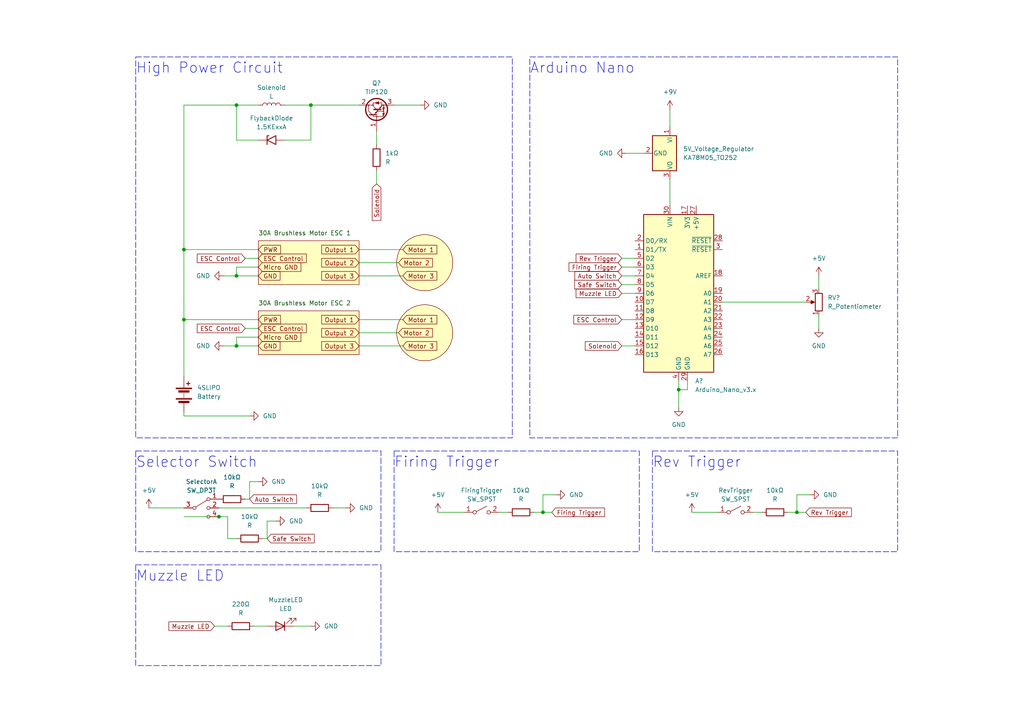
<source format=kicad_sch>
(kicad_sch (version 20230121) (generator eeschema)

  (uuid 6a741759-b341-43e7-b936-e083b99d2cba)

  (paper "A4")

  (title_block
    (title "Meteor 3800 V3 Circuit")
    (date "2024-04-17")
    (rev "1.0")
    (company "University of Advancing Technology")
    (comment 1 "Tyler Widener, tylerwidenerlm@gmail.com")
  )

  (lib_symbols
    (symbol "Device:Battery" (pin_numbers hide) (pin_names (offset 0) hide) (in_bom yes) (on_board yes)
      (property "Reference" "BT" (at 2.54 2.54 0)
        (effects (font (size 1.27 1.27)) (justify left))
      )
      (property "Value" "Battery" (at 2.54 0 0)
        (effects (font (size 1.27 1.27)) (justify left))
      )
      (property "Footprint" "" (at 0 1.524 90)
        (effects (font (size 1.27 1.27)) hide)
      )
      (property "Datasheet" "~" (at 0 1.524 90)
        (effects (font (size 1.27 1.27)) hide)
      )
      (property "ki_keywords" "batt voltage-source cell" (at 0 0 0)
        (effects (font (size 1.27 1.27)) hide)
      )
      (property "ki_description" "Multiple-cell battery" (at 0 0 0)
        (effects (font (size 1.27 1.27)) hide)
      )
      (symbol "Battery_0_1"
        (rectangle (start -2.286 -1.27) (end 2.286 -1.524)
          (stroke (width 0) (type default))
          (fill (type outline))
        )
        (rectangle (start -2.286 1.778) (end 2.286 1.524)
          (stroke (width 0) (type default))
          (fill (type outline))
        )
        (rectangle (start -1.524 -2.032) (end 1.524 -2.54)
          (stroke (width 0) (type default))
          (fill (type outline))
        )
        (rectangle (start -1.524 1.016) (end 1.524 0.508)
          (stroke (width 0) (type default))
          (fill (type outline))
        )
        (polyline
          (pts
            (xy 0 -1.016)
            (xy 0 -0.762)
          )
          (stroke (width 0) (type default))
          (fill (type none))
        )
        (polyline
          (pts
            (xy 0 -0.508)
            (xy 0 -0.254)
          )
          (stroke (width 0) (type default))
          (fill (type none))
        )
        (polyline
          (pts
            (xy 0 0)
            (xy 0 0.254)
          )
          (stroke (width 0) (type default))
          (fill (type none))
        )
        (polyline
          (pts
            (xy 0 1.778)
            (xy 0 2.54)
          )
          (stroke (width 0) (type default))
          (fill (type none))
        )
        (polyline
          (pts
            (xy 0.762 3.048)
            (xy 1.778 3.048)
          )
          (stroke (width 0.254) (type default))
          (fill (type none))
        )
        (polyline
          (pts
            (xy 1.27 3.556)
            (xy 1.27 2.54)
          )
          (stroke (width 0.254) (type default))
          (fill (type none))
        )
      )
      (symbol "Battery_1_1"
        (pin passive line (at 0 5.08 270) (length 2.54)
          (name "+" (effects (font (size 1.27 1.27))))
          (number "1" (effects (font (size 1.27 1.27))))
        )
        (pin passive line (at 0 -5.08 90) (length 2.54)
          (name "-" (effects (font (size 1.27 1.27))))
          (number "2" (effects (font (size 1.27 1.27))))
        )
      )
    )
    (symbol "Device:L" (pin_numbers hide) (pin_names (offset 1.016) hide) (in_bom yes) (on_board yes)
      (property "Reference" "L" (at -1.27 0 90)
        (effects (font (size 1.27 1.27)))
      )
      (property "Value" "L" (at 1.905 0 90)
        (effects (font (size 1.27 1.27)))
      )
      (property "Footprint" "" (at 0 0 0)
        (effects (font (size 1.27 1.27)) hide)
      )
      (property "Datasheet" "~" (at 0 0 0)
        (effects (font (size 1.27 1.27)) hide)
      )
      (property "ki_keywords" "inductor choke coil reactor magnetic" (at 0 0 0)
        (effects (font (size 1.27 1.27)) hide)
      )
      (property "ki_description" "Inductor" (at 0 0 0)
        (effects (font (size 1.27 1.27)) hide)
      )
      (property "ki_fp_filters" "Choke_* *Coil* Inductor_* L_*" (at 0 0 0)
        (effects (font (size 1.27 1.27)) hide)
      )
      (symbol "L_0_1"
        (arc (start 0 -2.54) (mid 0.6323 -1.905) (end 0 -1.27)
          (stroke (width 0) (type default))
          (fill (type none))
        )
        (arc (start 0 -1.27) (mid 0.6323 -0.635) (end 0 0)
          (stroke (width 0) (type default))
          (fill (type none))
        )
        (arc (start 0 0) (mid 0.6323 0.635) (end 0 1.27)
          (stroke (width 0) (type default))
          (fill (type none))
        )
        (arc (start 0 1.27) (mid 0.6323 1.905) (end 0 2.54)
          (stroke (width 0) (type default))
          (fill (type none))
        )
      )
      (symbol "L_1_1"
        (pin passive line (at 0 3.81 270) (length 1.27)
          (name "1" (effects (font (size 1.27 1.27))))
          (number "1" (effects (font (size 1.27 1.27))))
        )
        (pin passive line (at 0 -3.81 90) (length 1.27)
          (name "2" (effects (font (size 1.27 1.27))))
          (number "2" (effects (font (size 1.27 1.27))))
        )
      )
    )
    (symbol "Device:LED" (pin_numbers hide) (pin_names (offset 1.016) hide) (in_bom yes) (on_board yes)
      (property "Reference" "D" (at 0 2.54 0)
        (effects (font (size 1.27 1.27)))
      )
      (property "Value" "LED" (at 0 -2.54 0)
        (effects (font (size 1.27 1.27)))
      )
      (property "Footprint" "" (at 0 0 0)
        (effects (font (size 1.27 1.27)) hide)
      )
      (property "Datasheet" "~" (at 0 0 0)
        (effects (font (size 1.27 1.27)) hide)
      )
      (property "ki_keywords" "LED diode" (at 0 0 0)
        (effects (font (size 1.27 1.27)) hide)
      )
      (property "ki_description" "Light emitting diode" (at 0 0 0)
        (effects (font (size 1.27 1.27)) hide)
      )
      (property "ki_fp_filters" "LED* LED_SMD:* LED_THT:*" (at 0 0 0)
        (effects (font (size 1.27 1.27)) hide)
      )
      (symbol "LED_0_1"
        (polyline
          (pts
            (xy -1.27 -1.27)
            (xy -1.27 1.27)
          )
          (stroke (width 0.254) (type default))
          (fill (type none))
        )
        (polyline
          (pts
            (xy -1.27 0)
            (xy 1.27 0)
          )
          (stroke (width 0) (type default))
          (fill (type none))
        )
        (polyline
          (pts
            (xy 1.27 -1.27)
            (xy 1.27 1.27)
            (xy -1.27 0)
            (xy 1.27 -1.27)
          )
          (stroke (width 0.254) (type default))
          (fill (type none))
        )
        (polyline
          (pts
            (xy -3.048 -0.762)
            (xy -4.572 -2.286)
            (xy -3.81 -2.286)
            (xy -4.572 -2.286)
            (xy -4.572 -1.524)
          )
          (stroke (width 0) (type default))
          (fill (type none))
        )
        (polyline
          (pts
            (xy -1.778 -0.762)
            (xy -3.302 -2.286)
            (xy -2.54 -2.286)
            (xy -3.302 -2.286)
            (xy -3.302 -1.524)
          )
          (stroke (width 0) (type default))
          (fill (type none))
        )
      )
      (symbol "LED_1_1"
        (pin passive line (at -3.81 0 0) (length 2.54)
          (name "K" (effects (font (size 1.27 1.27))))
          (number "1" (effects (font (size 1.27 1.27))))
        )
        (pin passive line (at 3.81 0 180) (length 2.54)
          (name "A" (effects (font (size 1.27 1.27))))
          (number "2" (effects (font (size 1.27 1.27))))
        )
      )
    )
    (symbol "Device:R" (pin_numbers hide) (pin_names (offset 0)) (in_bom yes) (on_board yes)
      (property "Reference" "R" (at 2.032 0 90)
        (effects (font (size 1.27 1.27)))
      )
      (property "Value" "R" (at 0 0 90)
        (effects (font (size 1.27 1.27)))
      )
      (property "Footprint" "" (at -1.778 0 90)
        (effects (font (size 1.27 1.27)) hide)
      )
      (property "Datasheet" "~" (at 0 0 0)
        (effects (font (size 1.27 1.27)) hide)
      )
      (property "ki_keywords" "R res resistor" (at 0 0 0)
        (effects (font (size 1.27 1.27)) hide)
      )
      (property "ki_description" "Resistor" (at 0 0 0)
        (effects (font (size 1.27 1.27)) hide)
      )
      (property "ki_fp_filters" "R_*" (at 0 0 0)
        (effects (font (size 1.27 1.27)) hide)
      )
      (symbol "R_0_1"
        (rectangle (start -1.016 -2.54) (end 1.016 2.54)
          (stroke (width 0.254) (type default))
          (fill (type none))
        )
      )
      (symbol "R_1_1"
        (pin passive line (at 0 3.81 270) (length 1.27)
          (name "~" (effects (font (size 1.27 1.27))))
          (number "1" (effects (font (size 1.27 1.27))))
        )
        (pin passive line (at 0 -3.81 90) (length 1.27)
          (name "~" (effects (font (size 1.27 1.27))))
          (number "2" (effects (font (size 1.27 1.27))))
        )
      )
    )
    (symbol "Device:R_Potentiometer" (pin_names (offset 1.016) hide) (in_bom yes) (on_board yes)
      (property "Reference" "RV" (at -4.445 0 90)
        (effects (font (size 1.27 1.27)))
      )
      (property "Value" "R_Potentiometer" (at -2.54 0 90)
        (effects (font (size 1.27 1.27)))
      )
      (property "Footprint" "" (at 0 0 0)
        (effects (font (size 1.27 1.27)) hide)
      )
      (property "Datasheet" "~" (at 0 0 0)
        (effects (font (size 1.27 1.27)) hide)
      )
      (property "ki_keywords" "resistor variable" (at 0 0 0)
        (effects (font (size 1.27 1.27)) hide)
      )
      (property "ki_description" "Potentiometer" (at 0 0 0)
        (effects (font (size 1.27 1.27)) hide)
      )
      (property "ki_fp_filters" "Potentiometer*" (at 0 0 0)
        (effects (font (size 1.27 1.27)) hide)
      )
      (symbol "R_Potentiometer_0_1"
        (polyline
          (pts
            (xy 2.54 0)
            (xy 1.524 0)
          )
          (stroke (width 0) (type default))
          (fill (type none))
        )
        (polyline
          (pts
            (xy 1.143 0)
            (xy 2.286 0.508)
            (xy 2.286 -0.508)
            (xy 1.143 0)
          )
          (stroke (width 0) (type default))
          (fill (type outline))
        )
        (rectangle (start 1.016 2.54) (end -1.016 -2.54)
          (stroke (width 0.254) (type default))
          (fill (type none))
        )
      )
      (symbol "R_Potentiometer_1_1"
        (pin passive line (at 0 3.81 270) (length 1.27)
          (name "1" (effects (font (size 1.27 1.27))))
          (number "1" (effects (font (size 1.27 1.27))))
        )
        (pin passive line (at 3.81 0 180) (length 1.27)
          (name "2" (effects (font (size 1.27 1.27))))
          (number "2" (effects (font (size 1.27 1.27))))
        )
        (pin passive line (at 0 -3.81 90) (length 1.27)
          (name "3" (effects (font (size 1.27 1.27))))
          (number "3" (effects (font (size 1.27 1.27))))
        )
      )
    )
    (symbol "Diode:1.5KExxA" (pin_numbers hide) (pin_names (offset 1.016) hide) (in_bom yes) (on_board yes)
      (property "Reference" "D" (at 0 2.54 0)
        (effects (font (size 1.27 1.27)))
      )
      (property "Value" "1.5KExxA" (at 0 -2.54 0)
        (effects (font (size 1.27 1.27)))
      )
      (property "Footprint" "Diode_THT:D_DO-201AE_P15.24mm_Horizontal" (at 0 -5.08 0)
        (effects (font (size 1.27 1.27)) hide)
      )
      (property "Datasheet" "https://www.vishay.com/docs/88301/15ke.pdf" (at -1.27 0 0)
        (effects (font (size 1.27 1.27)) hide)
      )
      (property "ki_keywords" "diode TVS voltage suppressor" (at 0 0 0)
        (effects (font (size 1.27 1.27)) hide)
      )
      (property "ki_description" "1500W unidirectional TRANSZORB® Transient Voltage Suppressor, DO-201AE" (at 0 0 0)
        (effects (font (size 1.27 1.27)) hide)
      )
      (property "ki_fp_filters" "D?DO?201AE*" (at 0 0 0)
        (effects (font (size 1.27 1.27)) hide)
      )
      (symbol "1.5KExxA_0_1"
        (polyline
          (pts
            (xy -0.762 1.27)
            (xy -1.27 1.27)
            (xy -1.27 -1.27)
          )
          (stroke (width 0.254) (type default))
          (fill (type none))
        )
        (polyline
          (pts
            (xy 1.27 1.27)
            (xy 1.27 -1.27)
            (xy -1.27 0)
            (xy 1.27 1.27)
          )
          (stroke (width 0.254) (type default))
          (fill (type none))
        )
      )
      (symbol "1.5KExxA_1_1"
        (pin passive line (at -3.81 0 0) (length 2.54)
          (name "A1" (effects (font (size 1.27 1.27))))
          (number "1" (effects (font (size 1.27 1.27))))
        )
        (pin passive line (at 3.81 0 180) (length 2.54)
          (name "A2" (effects (font (size 1.27 1.27))))
          (number "2" (effects (font (size 1.27 1.27))))
        )
      )
    )
    (symbol "MCU_Module:Arduino_Nano_v3.x" (in_bom yes) (on_board yes)
      (property "Reference" "A" (at -10.16 23.495 0)
        (effects (font (size 1.27 1.27)) (justify left bottom))
      )
      (property "Value" "Arduino_Nano_v3.x" (at 5.08 -24.13 0)
        (effects (font (size 1.27 1.27)) (justify left top))
      )
      (property "Footprint" "Module:Arduino_Nano" (at 0 0 0)
        (effects (font (size 1.27 1.27) italic) hide)
      )
      (property "Datasheet" "http://www.mouser.com/pdfdocs/Gravitech_Arduino_Nano3_0.pdf" (at 0 0 0)
        (effects (font (size 1.27 1.27)) hide)
      )
      (property "ki_keywords" "Arduino nano microcontroller module USB" (at 0 0 0)
        (effects (font (size 1.27 1.27)) hide)
      )
      (property "ki_description" "Arduino Nano v3.x" (at 0 0 0)
        (effects (font (size 1.27 1.27)) hide)
      )
      (property "ki_fp_filters" "Arduino*Nano*" (at 0 0 0)
        (effects (font (size 1.27 1.27)) hide)
      )
      (symbol "Arduino_Nano_v3.x_0_1"
        (rectangle (start -10.16 22.86) (end 10.16 -22.86)
          (stroke (width 0.254) (type default))
          (fill (type background))
        )
      )
      (symbol "Arduino_Nano_v3.x_1_1"
        (pin bidirectional line (at -12.7 12.7 0) (length 2.54)
          (name "D1/TX" (effects (font (size 1.27 1.27))))
          (number "1" (effects (font (size 1.27 1.27))))
        )
        (pin bidirectional line (at -12.7 -2.54 0) (length 2.54)
          (name "D7" (effects (font (size 1.27 1.27))))
          (number "10" (effects (font (size 1.27 1.27))))
        )
        (pin bidirectional line (at -12.7 -5.08 0) (length 2.54)
          (name "D8" (effects (font (size 1.27 1.27))))
          (number "11" (effects (font (size 1.27 1.27))))
        )
        (pin bidirectional line (at -12.7 -7.62 0) (length 2.54)
          (name "D9" (effects (font (size 1.27 1.27))))
          (number "12" (effects (font (size 1.27 1.27))))
        )
        (pin bidirectional line (at -12.7 -10.16 0) (length 2.54)
          (name "D10" (effects (font (size 1.27 1.27))))
          (number "13" (effects (font (size 1.27 1.27))))
        )
        (pin bidirectional line (at -12.7 -12.7 0) (length 2.54)
          (name "D11" (effects (font (size 1.27 1.27))))
          (number "14" (effects (font (size 1.27 1.27))))
        )
        (pin bidirectional line (at -12.7 -15.24 0) (length 2.54)
          (name "D12" (effects (font (size 1.27 1.27))))
          (number "15" (effects (font (size 1.27 1.27))))
        )
        (pin bidirectional line (at -12.7 -17.78 0) (length 2.54)
          (name "D13" (effects (font (size 1.27 1.27))))
          (number "16" (effects (font (size 1.27 1.27))))
        )
        (pin power_out line (at 2.54 25.4 270) (length 2.54)
          (name "3V3" (effects (font (size 1.27 1.27))))
          (number "17" (effects (font (size 1.27 1.27))))
        )
        (pin input line (at 12.7 5.08 180) (length 2.54)
          (name "AREF" (effects (font (size 1.27 1.27))))
          (number "18" (effects (font (size 1.27 1.27))))
        )
        (pin bidirectional line (at 12.7 0 180) (length 2.54)
          (name "A0" (effects (font (size 1.27 1.27))))
          (number "19" (effects (font (size 1.27 1.27))))
        )
        (pin bidirectional line (at -12.7 15.24 0) (length 2.54)
          (name "D0/RX" (effects (font (size 1.27 1.27))))
          (number "2" (effects (font (size 1.27 1.27))))
        )
        (pin bidirectional line (at 12.7 -2.54 180) (length 2.54)
          (name "A1" (effects (font (size 1.27 1.27))))
          (number "20" (effects (font (size 1.27 1.27))))
        )
        (pin bidirectional line (at 12.7 -5.08 180) (length 2.54)
          (name "A2" (effects (font (size 1.27 1.27))))
          (number "21" (effects (font (size 1.27 1.27))))
        )
        (pin bidirectional line (at 12.7 -7.62 180) (length 2.54)
          (name "A3" (effects (font (size 1.27 1.27))))
          (number "22" (effects (font (size 1.27 1.27))))
        )
        (pin bidirectional line (at 12.7 -10.16 180) (length 2.54)
          (name "A4" (effects (font (size 1.27 1.27))))
          (number "23" (effects (font (size 1.27 1.27))))
        )
        (pin bidirectional line (at 12.7 -12.7 180) (length 2.54)
          (name "A5" (effects (font (size 1.27 1.27))))
          (number "24" (effects (font (size 1.27 1.27))))
        )
        (pin bidirectional line (at 12.7 -15.24 180) (length 2.54)
          (name "A6" (effects (font (size 1.27 1.27))))
          (number "25" (effects (font (size 1.27 1.27))))
        )
        (pin bidirectional line (at 12.7 -17.78 180) (length 2.54)
          (name "A7" (effects (font (size 1.27 1.27))))
          (number "26" (effects (font (size 1.27 1.27))))
        )
        (pin power_out line (at 5.08 25.4 270) (length 2.54)
          (name "+5V" (effects (font (size 1.27 1.27))))
          (number "27" (effects (font (size 1.27 1.27))))
        )
        (pin input line (at 12.7 15.24 180) (length 2.54)
          (name "~{RESET}" (effects (font (size 1.27 1.27))))
          (number "28" (effects (font (size 1.27 1.27))))
        )
        (pin power_in line (at 2.54 -25.4 90) (length 2.54)
          (name "GND" (effects (font (size 1.27 1.27))))
          (number "29" (effects (font (size 1.27 1.27))))
        )
        (pin input line (at 12.7 12.7 180) (length 2.54)
          (name "~{RESET}" (effects (font (size 1.27 1.27))))
          (number "3" (effects (font (size 1.27 1.27))))
        )
        (pin power_in line (at -2.54 25.4 270) (length 2.54)
          (name "VIN" (effects (font (size 1.27 1.27))))
          (number "30" (effects (font (size 1.27 1.27))))
        )
        (pin power_in line (at 0 -25.4 90) (length 2.54)
          (name "GND" (effects (font (size 1.27 1.27))))
          (number "4" (effects (font (size 1.27 1.27))))
        )
        (pin bidirectional line (at -12.7 10.16 0) (length 2.54)
          (name "D2" (effects (font (size 1.27 1.27))))
          (number "5" (effects (font (size 1.27 1.27))))
        )
        (pin bidirectional line (at -12.7 7.62 0) (length 2.54)
          (name "D3" (effects (font (size 1.27 1.27))))
          (number "6" (effects (font (size 1.27 1.27))))
        )
        (pin bidirectional line (at -12.7 5.08 0) (length 2.54)
          (name "D4" (effects (font (size 1.27 1.27))))
          (number "7" (effects (font (size 1.27 1.27))))
        )
        (pin bidirectional line (at -12.7 2.54 0) (length 2.54)
          (name "D5" (effects (font (size 1.27 1.27))))
          (number "8" (effects (font (size 1.27 1.27))))
        )
        (pin bidirectional line (at -12.7 0 0) (length 2.54)
          (name "D6" (effects (font (size 1.27 1.27))))
          (number "9" (effects (font (size 1.27 1.27))))
        )
      )
    )
    (symbol "Regulator_Linear:KA78M05_TO252" (pin_names (offset 0.254)) (in_bom yes) (on_board yes)
      (property "Reference" "U" (at -3.81 3.175 0)
        (effects (font (size 1.27 1.27)))
      )
      (property "Value" "KA78M05_TO252" (at 0 3.175 0)
        (effects (font (size 1.27 1.27)) (justify left))
      )
      (property "Footprint" "Package_TO_SOT_SMD:TO-252-2" (at 0 5.715 0)
        (effects (font (size 1.27 1.27) italic) hide)
      )
      (property "Datasheet" "https://www.onsemi.com/pub/Collateral/MC78M00-D.PDF" (at 0 -1.27 0)
        (effects (font (size 1.27 1.27)) hide)
      )
      (property "ki_keywords" "Voltage Regulator 500mA Positive" (at 0 0 0)
        (effects (font (size 1.27 1.27)) hide)
      )
      (property "ki_description" "Positive 500mA 35V Linear Regulator, Fixed Output 5V, TO-252 (D-PAK)" (at 0 0 0)
        (effects (font (size 1.27 1.27)) hide)
      )
      (property "ki_fp_filters" "TO?252*" (at 0 0 0)
        (effects (font (size 1.27 1.27)) hide)
      )
      (symbol "KA78M05_TO252_0_1"
        (rectangle (start -5.08 1.905) (end 5.08 -5.08)
          (stroke (width 0.254) (type default))
          (fill (type background))
        )
      )
      (symbol "KA78M05_TO252_1_1"
        (pin power_in line (at -7.62 0 0) (length 2.54)
          (name "VI" (effects (font (size 1.27 1.27))))
          (number "1" (effects (font (size 1.27 1.27))))
        )
        (pin power_in line (at 0 -7.62 90) (length 2.54)
          (name "GND" (effects (font (size 1.27 1.27))))
          (number "2" (effects (font (size 1.27 1.27))))
        )
        (pin power_out line (at 7.62 0 180) (length 2.54)
          (name "VO" (effects (font (size 1.27 1.27))))
          (number "3" (effects (font (size 1.27 1.27))))
        )
      )
    )
    (symbol "Switch:SW_DP3T" (pin_names (offset 0) hide) (in_bom yes) (on_board yes)
      (property "Reference" "SW" (at 0 5.08 0)
        (effects (font (size 1.27 1.27)))
      )
      (property "Value" "SW_DP3T" (at 0 -5.08 0)
        (effects (font (size 1.27 1.27)))
      )
      (property "Footprint" "" (at -15.875 4.445 0)
        (effects (font (size 1.27 1.27)) hide)
      )
      (property "Datasheet" "~" (at -15.875 4.445 0)
        (effects (font (size 1.27 1.27)) hide)
      )
      (property "ki_keywords" "switch dp3t ON-ON-ON" (at 0 0 0)
        (effects (font (size 1.27 1.27)) hide)
      )
      (property "ki_description" "Switch, three position, dual pole triple throw, 3 position switch, SP3T" (at 0 0 0)
        (effects (font (size 1.27 1.27)) hide)
      )
      (property "ki_fp_filters" "SW* DP3T*" (at 0 0 0)
        (effects (font (size 1.27 1.27)) hide)
      )
      (symbol "SW_DP3T_0_1"
        (circle (center -2.032 0) (radius 0.4572)
          (stroke (width 0) (type default))
          (fill (type none))
        )
        (polyline
          (pts
            (xy -1.651 0.254)
            (xy 1.651 2.286)
          )
          (stroke (width 0) (type default))
          (fill (type none))
        )
        (circle (center 2.032 -2.54) (radius 0.4572)
          (stroke (width 0) (type default))
          (fill (type none))
        )
        (circle (center 2.032 0) (radius 0.4572)
          (stroke (width 0) (type default))
          (fill (type none))
        )
        (circle (center 2.032 2.54) (radius 0.4572)
          (stroke (width 0) (type default))
          (fill (type none))
        )
      )
      (symbol "SW_DP3T_1_1"
        (pin passive line (at 5.08 2.54 180) (length 2.54)
          (name "1" (effects (font (size 1.27 1.27))))
          (number "1" (effects (font (size 1.27 1.27))))
        )
        (pin passive line (at 5.08 0 180) (length 2.54)
          (name "2" (effects (font (size 1.27 1.27))))
          (number "2" (effects (font (size 1.27 1.27))))
        )
        (pin passive line (at -5.08 0 0) (length 2.54)
          (name "3" (effects (font (size 1.27 1.27))))
          (number "3" (effects (font (size 1.27 1.27))))
        )
        (pin passive line (at 5.08 -2.54 180) (length 2.54)
          (name "4" (effects (font (size 1.27 1.27))))
          (number "4" (effects (font (size 1.27 1.27))))
        )
      )
      (symbol "SW_DP3T_2_1"
        (pin passive line (at 5.08 2.54 180) (length 2.54)
          (name "5" (effects (font (size 1.27 1.27))))
          (number "5" (effects (font (size 1.27 1.27))))
        )
        (pin passive line (at 5.08 0 180) (length 2.54)
          (name "6" (effects (font (size 1.27 1.27))))
          (number "6" (effects (font (size 1.27 1.27))))
        )
        (pin passive line (at -5.08 0 0) (length 2.54)
          (name "7" (effects (font (size 1.27 1.27))))
          (number "7" (effects (font (size 1.27 1.27))))
        )
        (pin passive line (at 5.08 -2.54 180) (length 2.54)
          (name "8" (effects (font (size 1.27 1.27))))
          (number "8" (effects (font (size 1.27 1.27))))
        )
      )
    )
    (symbol "Switch:SW_SPST" (pin_names (offset 0) hide) (in_bom yes) (on_board yes)
      (property "Reference" "SW" (at 0 3.175 0)
        (effects (font (size 1.27 1.27)))
      )
      (property "Value" "SW_SPST" (at 0 -2.54 0)
        (effects (font (size 1.27 1.27)))
      )
      (property "Footprint" "" (at 0 0 0)
        (effects (font (size 1.27 1.27)) hide)
      )
      (property "Datasheet" "~" (at 0 0 0)
        (effects (font (size 1.27 1.27)) hide)
      )
      (property "ki_keywords" "switch lever" (at 0 0 0)
        (effects (font (size 1.27 1.27)) hide)
      )
      (property "ki_description" "Single Pole Single Throw (SPST) switch" (at 0 0 0)
        (effects (font (size 1.27 1.27)) hide)
      )
      (symbol "SW_SPST_0_0"
        (circle (center -2.032 0) (radius 0.508)
          (stroke (width 0) (type default))
          (fill (type none))
        )
        (polyline
          (pts
            (xy -1.524 0.254)
            (xy 1.524 1.778)
          )
          (stroke (width 0) (type default))
          (fill (type none))
        )
        (circle (center 2.032 0) (radius 0.508)
          (stroke (width 0) (type default))
          (fill (type none))
        )
      )
      (symbol "SW_SPST_1_1"
        (pin passive line (at -5.08 0 0) (length 2.54)
          (name "A" (effects (font (size 1.27 1.27))))
          (number "1" (effects (font (size 1.27 1.27))))
        )
        (pin passive line (at 5.08 0 180) (length 2.54)
          (name "B" (effects (font (size 1.27 1.27))))
          (number "2" (effects (font (size 1.27 1.27))))
        )
      )
    )
    (symbol "Transistor_BJT:TIP120" (pin_names (offset 0) hide) (in_bom yes) (on_board yes)
      (property "Reference" "Q" (at 5.08 1.905 0)
        (effects (font (size 1.27 1.27)) (justify left))
      )
      (property "Value" "TIP120" (at 5.08 0 0)
        (effects (font (size 1.27 1.27)) (justify left))
      )
      (property "Footprint" "Package_TO_SOT_THT:TO-220-3_Vertical" (at 5.08 -1.905 0)
        (effects (font (size 1.27 1.27) italic) (justify left) hide)
      )
      (property "Datasheet" "https://www.onsemi.com/pub/Collateral/TIP120-D.PDF" (at 0 0 0)
        (effects (font (size 1.27 1.27)) (justify left) hide)
      )
      (property "ki_keywords" "Darlington Power NPN Transistor" (at 0 0 0)
        (effects (font (size 1.27 1.27)) hide)
      )
      (property "ki_description" "5A Ic, 60V Vce, Silicon Darlington Power NPN Transistor, TO-220" (at 0 0 0)
        (effects (font (size 1.27 1.27)) hide)
      )
      (property "ki_fp_filters" "TO?220*" (at 0 0 0)
        (effects (font (size 1.27 1.27)) hide)
      )
      (symbol "TIP120_0_1"
        (circle (center -0.762 0) (radius 0.127)
          (stroke (width 0) (type default))
          (fill (type none))
        )
        (polyline
          (pts
            (xy -1.27 0)
            (xy -0.889 0)
          )
          (stroke (width 0) (type default))
          (fill (type none))
        )
        (polyline
          (pts
            (xy 2.54 -2.032)
            (xy 2.54 -2.54)
          )
          (stroke (width 0) (type default))
          (fill (type none))
        )
        (polyline
          (pts
            (xy 2.54 -1.524)
            (xy 3.175 -1.524)
          )
          (stroke (width 0) (type default))
          (fill (type none))
        )
        (polyline
          (pts
            (xy 2.794 0.127)
            (xy 3.556 0.127)
          )
          (stroke (width 0) (type default))
          (fill (type none))
        )
        (polyline
          (pts
            (xy 3.175 -0.635)
            (xy 3.175 -1.524)
          )
          (stroke (width 0) (type default))
          (fill (type none))
        )
        (polyline
          (pts
            (xy 3.175 1.016)
            (xy 2.54 1.016)
          )
          (stroke (width 0) (type default))
          (fill (type none))
        )
        (polyline
          (pts
            (xy 3.175 1.016)
            (xy 3.175 0.127)
          )
          (stroke (width 0) (type default))
          (fill (type none))
        )
        (polyline
          (pts
            (xy -0.254 0.762)
            (xy 0.762 -0.254)
            (xy 1.27 -0.254)
          )
          (stroke (width 0) (type default))
          (fill (type none))
        )
        (polyline
          (pts
            (xy -0.254 1.016)
            (xy -0.762 1.016)
            (xy -0.762 -2.032)
          )
          (stroke (width 0) (type default))
          (fill (type none))
        )
        (polyline
          (pts
            (xy -0.254 1.27)
            (xy 0.762 2.286)
            (xy 2.54 2.286)
          )
          (stroke (width 0) (type default))
          (fill (type none))
        )
        (polyline
          (pts
            (xy -0.254 2.032)
            (xy -0.254 0)
            (xy -0.254 0)
          )
          (stroke (width 0.3048) (type default))
          (fill (type none))
        )
        (polyline
          (pts
            (xy 1.27 0.762)
            (xy 1.27 -1.27)
            (xy 1.27 -1.27)
          )
          (stroke (width 0.381) (type default))
          (fill (type none))
        )
        (polyline
          (pts
            (xy 0.635 -0.127)
            (xy 0.381 0.381)
            (xy 0.127 0.127)
            (xy 0.635 -0.127)
          )
          (stroke (width 0) (type default))
          (fill (type none))
        )
        (polyline
          (pts
            (xy 1.27 -0.508)
            (xy 2.286 -1.524)
            (xy 2.54 -1.524)
            (xy 2.54 -2.032)
          )
          (stroke (width 0) (type default))
          (fill (type none))
        )
        (polyline
          (pts
            (xy 1.27 0)
            (xy 2.286 1.016)
            (xy 2.54 1.016)
            (xy 2.54 2.286)
          )
          (stroke (width 0) (type default))
          (fill (type none))
        )
        (polyline
          (pts
            (xy 2.159 -1.397)
            (xy 1.905 -0.889)
            (xy 1.651 -1.143)
            (xy 2.159 -1.397)
          )
          (stroke (width 0) (type default))
          (fill (type none))
        )
        (polyline
          (pts
            (xy 3.175 0.127)
            (xy 2.794 -0.635)
            (xy 3.556 -0.635)
            (xy 3.175 0.127)
          )
          (stroke (width 0) (type default))
          (fill (type outline))
        )
        (polyline
          (pts
            (xy 0.762 -2.032)
            (xy 0.381 -2.032)
            (xy 0.254 -2.286)
            (xy 0.127 -1.778)
            (xy 0 -2.286)
            (xy -0.127 -1.778)
            (xy -0.254 -2.286)
            (xy -0.381 -1.778)
            (xy -0.508 -2.032)
            (xy -0.762 -2.032)
          )
          (stroke (width 0) (type default))
          (fill (type none))
        )
        (polyline
          (pts
            (xy 0.762 -0.254)
            (xy 0.762 -2.032)
            (xy 1.143 -2.032)
            (xy 1.27 -1.778)
            (xy 1.397 -2.286)
            (xy 1.524 -1.778)
            (xy 1.651 -2.286)
            (xy 1.778 -1.778)
            (xy 1.905 -2.286)
            (xy 2.032 -2.032)
            (xy 2.54 -2.032)
          )
          (stroke (width 0) (type default))
          (fill (type none))
        )
        (circle (center 0.762 -2.032) (radius 0.127)
          (stroke (width 0) (type default))
          (fill (type none))
        )
        (circle (center 0.762 -0.254) (radius 0.127)
          (stroke (width 0) (type default))
          (fill (type none))
        )
        (circle (center 1.27 0) (radius 3.175)
          (stroke (width 0.3556) (type default))
          (fill (type none))
        )
        (circle (center 2.54 -2.032) (radius 0.127)
          (stroke (width 0) (type default))
          (fill (type none))
        )
        (circle (center 2.54 -1.524) (radius 0.127)
          (stroke (width 0) (type default))
          (fill (type none))
        )
        (circle (center 2.54 1.016) (radius 0.127)
          (stroke (width 0) (type default))
          (fill (type none))
        )
        (circle (center 2.54 2.286) (radius 0.127)
          (stroke (width 0) (type default))
          (fill (type none))
        )
      )
      (symbol "TIP120_1_1"
        (pin input line (at -5.08 0 0) (length 3.81)
          (name "B" (effects (font (size 1.27 1.27))))
          (number "1" (effects (font (size 1.27 1.27))))
        )
        (pin passive line (at 2.54 5.08 270) (length 2.667)
          (name "C" (effects (font (size 1.27 1.27))))
          (number "2" (effects (font (size 1.27 1.27))))
        )
        (pin passive line (at 2.54 -5.08 90) (length 2.54)
          (name "E" (effects (font (size 1.27 1.27))))
          (number "3" (effects (font (size 1.27 1.27))))
        )
      )
    )
    (symbol "power:+5V" (power) (pin_names (offset 0)) (in_bom yes) (on_board yes)
      (property "Reference" "#PWR" (at 0 -3.81 0)
        (effects (font (size 1.27 1.27)) hide)
      )
      (property "Value" "+5V" (at 0 3.556 0)
        (effects (font (size 1.27 1.27)))
      )
      (property "Footprint" "" (at 0 0 0)
        (effects (font (size 1.27 1.27)) hide)
      )
      (property "Datasheet" "" (at 0 0 0)
        (effects (font (size 1.27 1.27)) hide)
      )
      (property "ki_keywords" "global power" (at 0 0 0)
        (effects (font (size 1.27 1.27)) hide)
      )
      (property "ki_description" "Power symbol creates a global label with name \"+5V\"" (at 0 0 0)
        (effects (font (size 1.27 1.27)) hide)
      )
      (symbol "+5V_0_1"
        (polyline
          (pts
            (xy -0.762 1.27)
            (xy 0 2.54)
          )
          (stroke (width 0) (type default))
          (fill (type none))
        )
        (polyline
          (pts
            (xy 0 0)
            (xy 0 2.54)
          )
          (stroke (width 0) (type default))
          (fill (type none))
        )
        (polyline
          (pts
            (xy 0 2.54)
            (xy 0.762 1.27)
          )
          (stroke (width 0) (type default))
          (fill (type none))
        )
      )
      (symbol "+5V_1_1"
        (pin power_in line (at 0 0 90) (length 0) hide
          (name "+5V" (effects (font (size 1.27 1.27))))
          (number "1" (effects (font (size 1.27 1.27))))
        )
      )
    )
    (symbol "power:+9V" (power) (pin_names (offset 0)) (in_bom yes) (on_board yes)
      (property "Reference" "#PWR" (at 0 -3.81 0)
        (effects (font (size 1.27 1.27)) hide)
      )
      (property "Value" "+9V" (at 0 3.556 0)
        (effects (font (size 1.27 1.27)))
      )
      (property "Footprint" "" (at 0 0 0)
        (effects (font (size 1.27 1.27)) hide)
      )
      (property "Datasheet" "" (at 0 0 0)
        (effects (font (size 1.27 1.27)) hide)
      )
      (property "ki_keywords" "global power" (at 0 0 0)
        (effects (font (size 1.27 1.27)) hide)
      )
      (property "ki_description" "Power symbol creates a global label with name \"+9V\"" (at 0 0 0)
        (effects (font (size 1.27 1.27)) hide)
      )
      (symbol "+9V_0_1"
        (polyline
          (pts
            (xy -0.762 1.27)
            (xy 0 2.54)
          )
          (stroke (width 0) (type default))
          (fill (type none))
        )
        (polyline
          (pts
            (xy 0 0)
            (xy 0 2.54)
          )
          (stroke (width 0) (type default))
          (fill (type none))
        )
        (polyline
          (pts
            (xy 0 2.54)
            (xy 0.762 1.27)
          )
          (stroke (width 0) (type default))
          (fill (type none))
        )
      )
      (symbol "+9V_1_1"
        (pin power_in line (at 0 0 90) (length 0) hide
          (name "+9V" (effects (font (size 1.27 1.27))))
          (number "1" (effects (font (size 1.27 1.27))))
        )
      )
    )
    (symbol "power:GND" (power) (pin_names (offset 0)) (in_bom yes) (on_board yes)
      (property "Reference" "#PWR" (at 0 -6.35 0)
        (effects (font (size 1.27 1.27)) hide)
      )
      (property "Value" "GND" (at 0 -3.81 0)
        (effects (font (size 1.27 1.27)))
      )
      (property "Footprint" "" (at 0 0 0)
        (effects (font (size 1.27 1.27)) hide)
      )
      (property "Datasheet" "" (at 0 0 0)
        (effects (font (size 1.27 1.27)) hide)
      )
      (property "ki_keywords" "global power" (at 0 0 0)
        (effects (font (size 1.27 1.27)) hide)
      )
      (property "ki_description" "Power symbol creates a global label with name \"GND\" , ground" (at 0 0 0)
        (effects (font (size 1.27 1.27)) hide)
      )
      (symbol "GND_0_1"
        (polyline
          (pts
            (xy 0 0)
            (xy 0 -1.27)
            (xy 1.27 -1.27)
            (xy 0 -2.54)
            (xy -1.27 -1.27)
            (xy 0 -1.27)
          )
          (stroke (width 0) (type default))
          (fill (type none))
        )
      )
      (symbol "GND_1_1"
        (pin power_in line (at 0 0 270) (length 0) hide
          (name "GND" (effects (font (size 1.27 1.27))))
          (number "1" (effects (font (size 1.27 1.27))))
        )
      )
    )
  )

  (junction (at 157.48 148.59) (diameter 0) (color 0 0 0 0)
    (uuid 0eb6bf7f-9924-4c63-b177-b108499d9a56)
  )
  (junction (at 53.34 92.71) (diameter 0) (color 0 0 0 0)
    (uuid 2efe2394-6fa5-485f-a9b8-852a1591c9f9)
  )
  (junction (at 68.58 30.48) (diameter 0) (color 0 0 0 0)
    (uuid 30eae305-108d-4dfd-9424-58dc5f1200e6)
  )
  (junction (at 90.17 30.48) (diameter 0) (color 0 0 0 0)
    (uuid 45d40546-36f3-4e46-95a0-afb901a6daa0)
  )
  (junction (at 53.34 72.39) (diameter 0) (color 0 0 0 0)
    (uuid 4fed08ae-7d59-4418-a448-e121f031f0aa)
  )
  (junction (at 68.58 80.01) (diameter 0) (color 0 0 0 0)
    (uuid 6c8194cb-1953-434a-8cc7-c1965ddaef5f)
  )
  (junction (at 231.14 148.59) (diameter 0) (color 0 0 0 0)
    (uuid 7ed24850-6e99-4d4c-82ba-eaf1a041bf99)
  )
  (junction (at 68.58 100.33) (diameter 0) (color 0 0 0 0)
    (uuid af051278-b5b5-4ff9-a061-fcd9efca1711)
  )
  (junction (at 196.85 113.03) (diameter 0) (color 0 0 0 0)
    (uuid c10c091a-aa39-4740-bb8f-2dd22308901f)
  )
  (junction (at 63.5 149.86) (diameter 0) (color 0 0 0 0)
    (uuid e5eeb62e-7ffa-46f9-ad80-d8ec2e608a7f)
  )

  (wire (pts (xy 180.34 85.09) (xy 184.15 85.09))
    (stroke (width 0) (type default))
    (uuid 05711dad-3ea0-477c-ba1a-762069545a71)
  )
  (wire (pts (xy 161.29 143.51) (xy 157.48 143.51))
    (stroke (width 0) (type default))
    (uuid 0bfe02d5-fdaf-465c-95d6-01ba3c73629f)
  )
  (wire (pts (xy 209.55 87.63) (xy 233.68 87.63))
    (stroke (width 0) (type default))
    (uuid 0e3e7c75-fad3-4cc9-af61-34ecaa537c58)
  )
  (wire (pts (xy 180.34 82.55) (xy 184.15 82.55))
    (stroke (width 0) (type default))
    (uuid 132bdc71-827a-4b5e-bdf4-5ffe5fa2278a)
  )
  (wire (pts (xy 180.34 77.47) (xy 184.15 77.47))
    (stroke (width 0) (type default))
    (uuid 1424d86c-537d-4de8-8efc-ac5671b4e9df)
  )
  (wire (pts (xy 157.48 143.51) (xy 157.48 148.59))
    (stroke (width 0) (type default))
    (uuid 1610b138-ef1d-47b7-a261-ab9ebaddb7eb)
  )
  (wire (pts (xy 68.58 30.48) (xy 74.93 30.48))
    (stroke (width 0) (type default))
    (uuid 1a1ca800-eec3-450a-8f21-b614592903c7)
  )
  (wire (pts (xy 180.34 74.93) (xy 184.15 74.93))
    (stroke (width 0) (type default))
    (uuid 23f90e1d-d8f8-4a6e-9277-bddcf8cf183f)
  )
  (wire (pts (xy 181.61 44.45) (xy 186.69 44.45))
    (stroke (width 0) (type default))
    (uuid 291c5802-4a0c-4dd7-aaf9-72375f5dc4b0)
  )
  (wire (pts (xy 90.17 30.48) (xy 90.17 40.64))
    (stroke (width 0) (type default))
    (uuid 2a45843e-e2e4-4080-8310-8fb1763905d6)
  )
  (wire (pts (xy 43.18 147.32) (xy 53.34 147.32))
    (stroke (width 0) (type default))
    (uuid 3191812c-7830-4bd7-82a4-78f66682b0a7)
  )
  (wire (pts (xy 71.12 95.25) (xy 74.93 95.25))
    (stroke (width 0) (type default))
    (uuid 31a51ac8-d984-4371-b331-0e4dac3a6406)
  )
  (wire (pts (xy 104.14 100.33) (xy 116.84 100.33))
    (stroke (width 0) (type default))
    (uuid 36f9ef4f-98c2-4ed5-b9f2-0876b901e025)
  )
  (wire (pts (xy 194.31 31.75) (xy 194.31 36.83))
    (stroke (width 0) (type default))
    (uuid 3c5ba5f5-67f8-49a4-a162-13a849cc8df4)
  )
  (wire (pts (xy 237.49 91.44) (xy 237.49 95.25))
    (stroke (width 0) (type default))
    (uuid 416b3bb8-c7e9-4bc3-beab-4e7e5ae271df)
  )
  (wire (pts (xy 68.58 156.21) (xy 66.04 156.21))
    (stroke (width 0) (type default))
    (uuid 44dad3f2-9d5a-442e-9ffd-45f645db14ed)
  )
  (wire (pts (xy 68.58 100.33) (xy 74.93 100.33))
    (stroke (width 0) (type default))
    (uuid 48177f90-801a-4217-bcbb-e03350350199)
  )
  (wire (pts (xy 144.78 148.59) (xy 147.32 148.59))
    (stroke (width 0) (type default))
    (uuid 4a5d5128-b447-4da0-a55c-0bdb5a3c5312)
  )
  (wire (pts (xy 71.12 74.93) (xy 74.93 74.93))
    (stroke (width 0) (type default))
    (uuid 4c1783a4-008b-4693-abe5-3d3b21fa6e6a)
  )
  (wire (pts (xy 180.34 80.01) (xy 184.15 80.01))
    (stroke (width 0) (type default))
    (uuid 511e0215-5071-4022-adb6-8f93b65063fb)
  )
  (wire (pts (xy 74.93 77.47) (xy 68.58 77.47))
    (stroke (width 0) (type default))
    (uuid 52659830-4a2c-482c-9143-d20a529d912b)
  )
  (wire (pts (xy 66.04 149.86) (xy 63.5 149.86))
    (stroke (width 0) (type default))
    (uuid 548da5d7-4176-489d-98a3-1b92ad726330)
  )
  (wire (pts (xy 64.77 100.33) (xy 68.58 100.33))
    (stroke (width 0) (type default))
    (uuid 5a13c1a0-b174-4c82-bb06-0675170d2df5)
  )
  (wire (pts (xy 80.01 151.13) (xy 77.47 151.13))
    (stroke (width 0) (type default))
    (uuid 6085a231-92c7-4259-820e-af1483671270)
  )
  (wire (pts (xy 53.34 72.39) (xy 74.93 72.39))
    (stroke (width 0) (type default))
    (uuid 619ed052-3221-406c-9b73-1e4d29f6649a)
  )
  (wire (pts (xy 53.34 119.38) (xy 53.34 120.65))
    (stroke (width 0) (type default))
    (uuid 63eda856-0008-49d1-8565-b3e52e8e3bbf)
  )
  (wire (pts (xy 231.14 143.51) (xy 231.14 148.59))
    (stroke (width 0) (type default))
    (uuid 643b60c6-a2b9-483e-8dd1-b10f32d9e2ae)
  )
  (wire (pts (xy 237.49 80.01) (xy 237.49 83.82))
    (stroke (width 0) (type default))
    (uuid 658ac78a-ef03-428a-9b95-7c317092092f)
  )
  (wire (pts (xy 200.66 148.59) (xy 208.28 148.59))
    (stroke (width 0) (type default))
    (uuid 6ae0a72a-8e34-4139-b625-50099705f32b)
  )
  (wire (pts (xy 73.66 181.61) (xy 77.47 181.61))
    (stroke (width 0) (type default))
    (uuid 6d5b0d79-be68-4930-a08f-f5109d4cbaef)
  )
  (wire (pts (xy 64.77 80.01) (xy 68.58 80.01))
    (stroke (width 0) (type default))
    (uuid 7b5d9b15-1dc4-4f91-ab73-529a16a7b381)
  )
  (wire (pts (xy 53.34 92.71) (xy 74.93 92.71))
    (stroke (width 0) (type default))
    (uuid 7bc952f0-861e-4d09-a72a-20cb468393b5)
  )
  (wire (pts (xy 96.52 147.32) (xy 100.33 147.32))
    (stroke (width 0) (type default))
    (uuid 80736ff9-0f70-4b4e-b2e0-6f3d63e0b333)
  )
  (wire (pts (xy 180.34 100.33) (xy 184.15 100.33))
    (stroke (width 0) (type default))
    (uuid 823eab5e-e4ba-4f09-9eb8-f7f3c3416ad7)
  )
  (wire (pts (xy 53.34 149.86) (xy 63.5 149.86))
    (stroke (width 0) (type default))
    (uuid 88ea4e4a-b423-48db-87d2-0e99e088760c)
  )
  (wire (pts (xy 196.85 113.03) (xy 196.85 118.11))
    (stroke (width 0) (type default))
    (uuid 89113959-b7e9-43a3-9e68-75c1021cd2f9)
  )
  (wire (pts (xy 154.94 148.59) (xy 157.48 148.59))
    (stroke (width 0) (type default))
    (uuid 89a3b908-4169-4dd2-bedd-70a638858655)
  )
  (wire (pts (xy 234.95 143.51) (xy 231.14 143.51))
    (stroke (width 0) (type default))
    (uuid 8a18d8f7-57e6-4ba9-b5d2-39e2b6103050)
  )
  (wire (pts (xy 180.34 92.71) (xy 184.15 92.71))
    (stroke (width 0) (type default))
    (uuid 8dc92e91-65f8-49a9-981b-e10ad86fe7d9)
  )
  (wire (pts (xy 104.14 92.71) (xy 116.84 92.71))
    (stroke (width 0) (type default))
    (uuid 919c2969-57e6-4df8-92fd-3ae894300b8c)
  )
  (wire (pts (xy 71.12 144.78) (xy 72.39 144.78))
    (stroke (width 0) (type default))
    (uuid 93bc3610-264a-41dc-873d-d9443f786f2b)
  )
  (wire (pts (xy 72.39 139.7) (xy 72.39 144.78))
    (stroke (width 0) (type default))
    (uuid 94e5f289-a087-4dc6-84de-9d5a34a2682a)
  )
  (wire (pts (xy 53.34 72.39) (xy 53.34 92.71))
    (stroke (width 0) (type default))
    (uuid 957e8023-e109-4749-a36e-f519f4976027)
  )
  (wire (pts (xy 199.39 110.49) (xy 199.39 113.03))
    (stroke (width 0) (type default))
    (uuid 99cb263f-1a39-4938-ae10-4afbd7431255)
  )
  (wire (pts (xy 104.14 76.2) (xy 115.57 76.2))
    (stroke (width 0) (type default))
    (uuid 9a48acea-121b-4c45-a5cf-d380c86af643)
  )
  (wire (pts (xy 109.22 38.1) (xy 109.22 41.91))
    (stroke (width 0) (type default))
    (uuid 9a5189a6-de42-4ee2-b031-b6d1eae56024)
  )
  (wire (pts (xy 194.31 52.07) (xy 194.31 59.69))
    (stroke (width 0) (type default))
    (uuid a3d0fdcd-a703-4adb-ac60-ab5b3f5e8e80)
  )
  (wire (pts (xy 76.2 156.21) (xy 77.47 156.21))
    (stroke (width 0) (type default))
    (uuid a6a49746-248a-4460-bc9b-8404d6026440)
  )
  (wire (pts (xy 74.93 97.79) (xy 68.58 97.79))
    (stroke (width 0) (type default))
    (uuid a9b2e71b-72e1-48b1-8fe8-06a58117b85a)
  )
  (wire (pts (xy 109.22 49.53) (xy 109.22 53.34))
    (stroke (width 0) (type default))
    (uuid ab1525e5-c546-40a2-aae1-de2ccdde0006)
  )
  (wire (pts (xy 68.58 80.01) (xy 74.93 80.01))
    (stroke (width 0) (type default))
    (uuid b1dbfe47-1c3a-44dc-8d91-bedff135a687)
  )
  (wire (pts (xy 104.14 96.52) (xy 115.57 96.52))
    (stroke (width 0) (type default))
    (uuid b20a429a-78a2-4692-a70b-b77ba5a47fb1)
  )
  (wire (pts (xy 104.14 80.01) (xy 116.84 80.01))
    (stroke (width 0) (type default))
    (uuid b2b3af10-ead6-429e-8aa1-976cba09f8e6)
  )
  (wire (pts (xy 74.93 40.64) (xy 68.58 40.64))
    (stroke (width 0) (type default))
    (uuid b6448a9c-4aff-4981-800a-f51529843093)
  )
  (wire (pts (xy 66.04 156.21) (xy 66.04 149.86))
    (stroke (width 0) (type default))
    (uuid bbbec833-ee4c-48c1-9021-2abe61131b15)
  )
  (wire (pts (xy 63.5 147.32) (xy 88.9 147.32))
    (stroke (width 0) (type default))
    (uuid bf02ff1d-d563-4772-bc3c-49c5d5525a9b)
  )
  (wire (pts (xy 68.58 40.64) (xy 68.58 30.48))
    (stroke (width 0) (type default))
    (uuid cb0c6718-4ca7-4b97-b0de-f39ab01262ad)
  )
  (wire (pts (xy 53.34 120.65) (xy 72.39 120.65))
    (stroke (width 0) (type default))
    (uuid cb5e4c38-fdb5-44c9-9763-bed7942543c9)
  )
  (wire (pts (xy 231.14 148.59) (xy 233.68 148.59))
    (stroke (width 0) (type default))
    (uuid d0d12663-e8c3-4fda-a3ec-2feaa72aef23)
  )
  (wire (pts (xy 196.85 110.49) (xy 196.85 113.03))
    (stroke (width 0) (type default))
    (uuid d1e798f9-997e-474b-8576-60c2495e0ea8)
  )
  (wire (pts (xy 90.17 30.48) (xy 104.14 30.48))
    (stroke (width 0) (type default))
    (uuid d32cacf2-c9be-451a-839c-f0ce5efbec44)
  )
  (wire (pts (xy 74.93 139.7) (xy 72.39 139.7))
    (stroke (width 0) (type default))
    (uuid d4152744-bd0f-4d19-b407-bf175181e4c4)
  )
  (wire (pts (xy 228.6 148.59) (xy 231.14 148.59))
    (stroke (width 0) (type default))
    (uuid d90d141d-b4f5-4699-bbd3-fbd14b753119)
  )
  (wire (pts (xy 114.3 30.48) (xy 121.92 30.48))
    (stroke (width 0) (type default))
    (uuid da9c5ed3-5e4a-40aa-a3d7-9998aacc2ef9)
  )
  (wire (pts (xy 62.23 181.61) (xy 66.04 181.61))
    (stroke (width 0) (type default))
    (uuid de29f112-2043-4a06-8cb5-d38b6f3d53cb)
  )
  (wire (pts (xy 53.34 30.48) (xy 68.58 30.48))
    (stroke (width 0) (type default))
    (uuid df7be804-551d-4a32-a591-dacb05a29531)
  )
  (wire (pts (xy 104.14 72.39) (xy 116.84 72.39))
    (stroke (width 0) (type default))
    (uuid e2675d34-d113-4023-a270-830a2e15200a)
  )
  (wire (pts (xy 199.39 113.03) (xy 196.85 113.03))
    (stroke (width 0) (type default))
    (uuid e30f5bfa-8132-43c4-a192-26ca83e9ebcc)
  )
  (wire (pts (xy 68.58 97.79) (xy 68.58 100.33))
    (stroke (width 0) (type default))
    (uuid e3defa89-c8f6-41d0-9160-c5a487b0f673)
  )
  (wire (pts (xy 68.58 77.47) (xy 68.58 80.01))
    (stroke (width 0) (type default))
    (uuid e8a3d70a-ef4b-4fc2-98eb-248aaeaeb2f3)
  )
  (wire (pts (xy 90.17 40.64) (xy 82.55 40.64))
    (stroke (width 0) (type default))
    (uuid f1c88cf4-234a-41d3-889e-54a854702cf8)
  )
  (wire (pts (xy 53.34 72.39) (xy 53.34 30.48))
    (stroke (width 0) (type default))
    (uuid f2c08a51-28ef-4b33-b939-f00923008f33)
  )
  (wire (pts (xy 53.34 92.71) (xy 53.34 109.22))
    (stroke (width 0) (type default))
    (uuid f84f24a9-00d7-4064-9d0c-2a8b02e57118)
  )
  (wire (pts (xy 77.47 151.13) (xy 77.47 156.21))
    (stroke (width 0) (type default))
    (uuid fa5ba3d7-2c12-406b-b57a-613ee6e14e16)
  )
  (wire (pts (xy 127 148.59) (xy 134.62 148.59))
    (stroke (width 0) (type default))
    (uuid fbb432e8-9ef5-4578-8dd7-e0a872be3820)
  )
  (wire (pts (xy 157.48 148.59) (xy 160.02 148.59))
    (stroke (width 0) (type default))
    (uuid fc874636-1d8b-4b4e-a627-e688ad89656e)
  )
  (wire (pts (xy 218.44 148.59) (xy 220.98 148.59))
    (stroke (width 0) (type default))
    (uuid fcc4d505-13ac-4445-b53e-7476e666d65c)
  )
  (wire (pts (xy 82.55 30.48) (xy 90.17 30.48))
    (stroke (width 0) (type default))
    (uuid fef36061-46bb-44e0-a724-1d0ddc9672a8)
  )
  (wire (pts (xy 85.09 181.61) (xy 90.17 181.61))
    (stroke (width 0) (type default))
    (uuid ff587571-95c1-48cf-a767-8af8397f68e0)
  )

  (rectangle (start 189.23 130.81) (end 260.35 160.02)
    (stroke (width 0) (type dash))
    (fill (type none))
    (uuid 1e2ffe99-faac-4e5a-9a1e-9970a6ab14f1)
  )
  (rectangle (start 74.93 90.17) (end 104.14 102.87)
    (stroke (width 0) (type default) (color 132 0 0 1))
    (fill (type color) (color 255 255 194 1))
    (uuid 1ff338ad-e6cb-464d-aa59-186e069db1c3)
  )
  (rectangle (start 74.93 69.85) (end 104.14 82.55)
    (stroke (width 0) (type default) (color 132 0 0 1))
    (fill (type color) (color 255 255 194 1))
    (uuid 620471ee-c04d-4f7b-96bb-2e0bb4868495)
  )
  (circle (center 123.19 96.52) (radius 8.132)
    (stroke (width 0) (type default) (color 132 0 0 1))
    (fill (type color) (color 255 255 194 1))
    (uuid 6e957406-a2a0-4441-889f-7f51fba8c2d8)
  )
  (circle (center 123.19 76.2) (radius 8.132)
    (stroke (width 0) (type default) (color 132 0 0 1))
    (fill (type color) (color 255 255 194 1))
    (uuid 8829d766-70f4-4423-9a58-481753842f14)
  )
  (rectangle (start 114.3 130.81) (end 185.42 160.02)
    (stroke (width 0) (type dash))
    (fill (type none))
    (uuid a1c4b90c-af86-4298-abf1-864b1bbeb89b)
  )
  (rectangle (start 39.37 130.81) (end 110.49 160.02)
    (stroke (width 0) (type dash))
    (fill (type none))
    (uuid a9945dd4-2162-4b12-bf6a-70e2f0a57a59)
  )
  (rectangle (start 153.67 16.51) (end 260.35 127)
    (stroke (width 0) (type dash))
    (fill (type none))
    (uuid b1a0cd26-d1fe-4cd7-88db-9670f0783980)
  )
  (rectangle (start 39.37 16.51) (end 148.59 127)
    (stroke (width 0) (type dash))
    (fill (type none))
    (uuid d342b816-d31b-48c2-8729-95a5d14d58ac)
  )
  (rectangle (start 39.37 163.83) (end 110.49 193.04)
    (stroke (width 0) (type dash))
    (fill (type none))
    (uuid e1617d02-9a4b-4141-ad66-c2bf174d4b52)
  )

  (text "Arduino Nano" (at 153.67 21.59 0)
    (effects (font (size 3 3)) (justify left bottom))
    (uuid 090ed314-d8b5-49f0-8671-11f07062a581)
  )
  (text "Firing Trigger" (at 114.3 135.89 0)
    (effects (font (size 3 3)) (justify left bottom))
    (uuid 13a0e0bb-a37e-4905-95be-6e0665c08cd5)
  )
  (text "30A Brushless Motor ESC 1" (at 74.93 68.58 0)
    (effects (font (size 1.27 1.27) (color 0 72 0 1)) (justify left bottom))
    (uuid 383a00aa-d3cb-4257-baa0-92df8fdc4ebe)
  )
  (text "High Power Circuit" (at 39.37 21.59 0)
    (effects (font (size 3 3)) (justify left bottom))
    (uuid 40be5a51-af59-4ad2-a3d5-5be683f2ce00)
  )
  (text "Rev Trigger" (at 189.23 135.89 0)
    (effects (font (size 3 3)) (justify left bottom))
    (uuid 5fbe3b53-f1d5-4b69-9fac-4fe33761a31c)
  )
  (text "Muzzle LED" (at 39.37 168.91 0)
    (effects (font (size 3 3)) (justify left bottom))
    (uuid 70096603-3007-4af1-8083-57f7dcbb312d)
  )
  (text "30A Brushless Motor ESC 2\n" (at 74.93 88.9 0)
    (effects (font (size 1.27 1.27) (color 0 72 0 1)) (justify left bottom))
    (uuid a71f7a83-6612-41a0-a519-12b2431c73c6)
  )
  (text "Selector Switch" (at 39.37 135.89 0)
    (effects (font (size 3 3)) (justify left bottom))
    (uuid c6e67a46-ec4d-4eb2-a015-272b4aaeed3c)
  )

  (global_label "Rev Trigger" (shape input) (at 180.34 74.93 180) (fields_autoplaced)
    (effects (font (size 1.27 1.27)) (justify right))
    (uuid 0107270c-0541-4d86-885e-173ddbc980bb)
    (property "Intersheetrefs" "${INTERSHEET_REFS}" (at 166.5296 74.93 0)
      (effects (font (size 1.27 1.27)) (justify right) hide)
    )
  )
  (global_label "Firing Trigger" (shape input) (at 180.34 77.47 180) (fields_autoplaced)
    (effects (font (size 1.27 1.27)) (justify right))
    (uuid 0184a04c-3466-4eb7-a337-710fb76fee9c)
    (property "Intersheetrefs" "${INTERSHEET_REFS}" (at 164.4734 77.47 0)
      (effects (font (size 1.27 1.27)) (justify right) hide)
    )
  )
  (global_label "Motor 1" (shape input) (at 116.84 92.71 0) (fields_autoplaced)
    (effects (font (size 1.27 1.27)) (justify left))
    (uuid 028eaf20-ebf9-411f-b23f-7846337812d5)
    (property "Intersheetrefs" "${INTERSHEET_REFS}" (at 127.2636 92.71 0)
      (effects (font (size 1.27 1.27)) (justify left) hide)
    )
  )
  (global_label "Motor 2" (shape input) (at 115.57 76.2 0) (fields_autoplaced)
    (effects (font (size 1.27 1.27)) (justify left))
    (uuid 0bff8991-36fe-4aa6-8470-8a1c122e741b)
    (property "Intersheetrefs" "${INTERSHEET_REFS}" (at 125.9936 76.2 0)
      (effects (font (size 1.27 1.27)) (justify left) hide)
    )
  )
  (global_label "Motor 2" (shape input) (at 115.57 96.52 0) (fields_autoplaced)
    (effects (font (size 1.27 1.27)) (justify left))
    (uuid 0c6d9299-00af-406f-a4b7-18803dfd5d2e)
    (property "Intersheetrefs" "${INTERSHEET_REFS}" (at 125.9936 96.52 0)
      (effects (font (size 1.27 1.27)) (justify left) hide)
    )
  )
  (global_label "Muzzle LED" (shape input) (at 180.34 85.09 180) (fields_autoplaced)
    (effects (font (size 1.27 1.27)) (justify right))
    (uuid 143b1292-cbf4-462b-a2bf-8f40cff03073)
    (property "Intersheetrefs" "${INTERSHEET_REFS}" (at 166.5297 85.09 0)
      (effects (font (size 1.27 1.27)) (justify right) hide)
    )
  )
  (global_label "Output 1" (shape input) (at 104.14 72.39 180) (fields_autoplaced)
    (effects (font (size 1.27 1.27)) (justify right))
    (uuid 1d2c661e-5381-47b7-a53f-de42a0607dab)
    (property "Intersheetrefs" "${INTERSHEET_REFS}" (at 92.7488 72.39 0)
      (effects (font (size 1.27 1.27)) (justify right) hide)
    )
  )
  (global_label "Solenoid" (shape input) (at 109.22 53.34 270) (fields_autoplaced)
    (effects (font (size 1.27 1.27)) (justify right))
    (uuid 24cda9d1-36dc-4fe1-bf3d-0891a77fa9ea)
    (property "Intersheetrefs" "${INTERSHEET_REFS}" (at 109.22 64.4893 90)
      (effects (font (size 1.27 1.27)) (justify right) hide)
    )
  )
  (global_label "ESC Control" (shape input) (at 180.34 92.71 180) (fields_autoplaced)
    (effects (font (size 1.27 1.27)) (justify right))
    (uuid 2b061dfe-fe31-4f18-ab80-03b44a78292a)
    (property "Intersheetrefs" "${INTERSHEET_REFS}" (at 165.8646 92.71 0)
      (effects (font (size 1.27 1.27)) (justify right) hide)
    )
  )
  (global_label "Rev Trigger" (shape input) (at 233.68 148.59 0) (fields_autoplaced)
    (effects (font (size 1.27 1.27)) (justify left))
    (uuid 310ae5a2-e779-4a7b-b08e-17f65d6a3f69)
    (property "Intersheetrefs" "${INTERSHEET_REFS}" (at 247.4904 148.59 0)
      (effects (font (size 1.27 1.27)) (justify left) hide)
    )
  )
  (global_label "Safe Switch" (shape input) (at 180.34 82.55 180) (fields_autoplaced)
    (effects (font (size 1.27 1.27)) (justify right))
    (uuid 34cf9965-a7da-463c-b878-123d2169b0cb)
    (property "Intersheetrefs" "${INTERSHEET_REFS}" (at 166.1063 82.55 0)
      (effects (font (size 1.27 1.27)) (justify right) hide)
    )
  )
  (global_label "PWR" (shape input) (at 74.93 92.71 0) (fields_autoplaced)
    (effects (font (size 1.27 1.27)) (justify left))
    (uuid 3d7e4c7a-1592-4708-864f-5cd24863cde9)
    (property "Intersheetrefs" "${INTERSHEET_REFS}" (at 81.9066 92.71 0)
      (effects (font (size 1.27 1.27)) (justify left) hide)
    )
  )
  (global_label "Output 3" (shape input) (at 104.14 100.33 180) (fields_autoplaced)
    (effects (font (size 1.27 1.27)) (justify right))
    (uuid 4cd8ef55-e88f-4702-9f31-2d665b50829e)
    (property "Intersheetrefs" "${INTERSHEET_REFS}" (at 92.7488 100.33 0)
      (effects (font (size 1.27 1.27)) (justify right) hide)
    )
  )
  (global_label "Micro GND" (shape input) (at 74.93 77.47 0) (fields_autoplaced)
    (effects (font (size 1.27 1.27)) (justify left))
    (uuid 4e582f6b-fca5-4ce4-a1f7-657195502df8)
    (property "Intersheetrefs" "${INTERSHEET_REFS}" (at 87.8333 77.47 0)
      (effects (font (size 1.27 1.27)) (justify left) hide)
    )
  )
  (global_label "Auto Switch" (shape input) (at 72.39 144.78 0) (fields_autoplaced)
    (effects (font (size 1.27 1.27)) (justify left))
    (uuid 4fdbc429-69e6-4db5-a246-4c09f36b97d5)
    (property "Intersheetrefs" "${INTERSHEET_REFS}" (at 86.5632 144.78 0)
      (effects (font (size 1.27 1.27)) (justify left) hide)
    )
  )
  (global_label "PWR" (shape input) (at 74.93 72.39 0) (fields_autoplaced)
    (effects (font (size 1.27 1.27)) (justify left))
    (uuid 506e6625-4c79-4105-9ddc-5b8609a4d7de)
    (property "Intersheetrefs" "${INTERSHEET_REFS}" (at 81.9066 72.39 0)
      (effects (font (size 1.27 1.27)) (justify left) hide)
    )
  )
  (global_label "Motor 3" (shape input) (at 116.84 80.01 0) (fields_autoplaced)
    (effects (font (size 1.27 1.27)) (justify left))
    (uuid 658dc204-3a95-4e3b-b05f-e99e5f3cf6a2)
    (property "Intersheetrefs" "${INTERSHEET_REFS}" (at 127.2636 80.01 0)
      (effects (font (size 1.27 1.27)) (justify left) hide)
    )
  )
  (global_label "ESC Control" (shape input) (at 74.93 95.25 0) (fields_autoplaced)
    (effects (font (size 1.27 1.27)) (justify left))
    (uuid 66dfbadf-0156-48d9-b854-89a90a8bd57e)
    (property "Intersheetrefs" "${INTERSHEET_REFS}" (at 89.4054 95.25 0)
      (effects (font (size 1.27 1.27)) (justify left) hide)
    )
  )
  (global_label "Micro GND" (shape input) (at 74.93 97.79 0) (fields_autoplaced)
    (effects (font (size 1.27 1.27)) (justify left))
    (uuid 6eeaff7f-c022-4df5-96f3-de5b473ea2f9)
    (property "Intersheetrefs" "${INTERSHEET_REFS}" (at 87.8333 97.79 0)
      (effects (font (size 1.27 1.27)) (justify left) hide)
    )
  )
  (global_label "Firing Trigger" (shape input) (at 160.02 148.59 0) (fields_autoplaced)
    (effects (font (size 1.27 1.27)) (justify left))
    (uuid 73296a11-438f-43ca-8247-0364ebd97e6e)
    (property "Intersheetrefs" "${INTERSHEET_REFS}" (at 175.8866 148.59 0)
      (effects (font (size 1.27 1.27)) (justify left) hide)
    )
  )
  (global_label "Safe Switch" (shape input) (at 77.47 156.21 0) (fields_autoplaced)
    (effects (font (size 1.27 1.27)) (justify left))
    (uuid 768f9ab4-1bff-4995-bc0d-89229bdeaf6d)
    (property "Intersheetrefs" "${INTERSHEET_REFS}" (at 91.7037 156.21 0)
      (effects (font (size 1.27 1.27)) (justify left) hide)
    )
  )
  (global_label "Output 1" (shape input) (at 104.14 92.71 180) (fields_autoplaced)
    (effects (font (size 1.27 1.27)) (justify right))
    (uuid 80611bb8-5211-4eec-b0a1-31ee5e59959e)
    (property "Intersheetrefs" "${INTERSHEET_REFS}" (at 92.7488 92.71 0)
      (effects (font (size 1.27 1.27)) (justify right) hide)
    )
  )
  (global_label "Motor 1" (shape input) (at 116.84 72.39 0) (fields_autoplaced)
    (effects (font (size 1.27 1.27)) (justify left))
    (uuid 9462ca94-9342-4b8f-b536-518a04a2ebf2)
    (property "Intersheetrefs" "${INTERSHEET_REFS}" (at 127.2636 72.39 0)
      (effects (font (size 1.27 1.27)) (justify left) hide)
    )
  )
  (global_label "ESC Control" (shape input) (at 71.12 74.93 180) (fields_autoplaced)
    (effects (font (size 1.27 1.27)) (justify right))
    (uuid 971f7645-2477-4b68-8a26-4b87bd07bc7f)
    (property "Intersheetrefs" "${INTERSHEET_REFS}" (at 56.6446 74.93 0)
      (effects (font (size 1.27 1.27)) (justify right) hide)
    )
  )
  (global_label "ESC Control" (shape input) (at 74.93 74.93 0) (fields_autoplaced)
    (effects (font (size 1.27 1.27)) (justify left))
    (uuid 9bbfd55f-4685-45cd-955e-2ec5062d1050)
    (property "Intersheetrefs" "${INTERSHEET_REFS}" (at 89.4054 74.93 0)
      (effects (font (size 1.27 1.27)) (justify left) hide)
    )
  )
  (global_label "GND" (shape input) (at 74.93 80.01 0) (fields_autoplaced)
    (effects (font (size 1.27 1.27)) (justify left))
    (uuid a193edfc-3bf4-4e72-b0c2-2ae8c856897b)
    (property "Intersheetrefs" "${INTERSHEET_REFS}" (at 81.7857 80.01 0)
      (effects (font (size 1.27 1.27)) (justify left) hide)
    )
  )
  (global_label "ESC Control" (shape input) (at 71.12 95.25 180) (fields_autoplaced)
    (effects (font (size 1.27 1.27)) (justify right))
    (uuid ad37d9a0-e452-4a60-81ba-91536c0e3dcd)
    (property "Intersheetrefs" "${INTERSHEET_REFS}" (at 56.6446 95.25 0)
      (effects (font (size 1.27 1.27)) (justify right) hide)
    )
  )
  (global_label "Auto Switch" (shape input) (at 180.34 80.01 180) (fields_autoplaced)
    (effects (font (size 1.27 1.27)) (justify right))
    (uuid b71cfee3-c23b-4da2-87dd-46ab92019d52)
    (property "Intersheetrefs" "${INTERSHEET_REFS}" (at 166.1668 80.01 0)
      (effects (font (size 1.27 1.27)) (justify right) hide)
    )
  )
  (global_label "Output 2" (shape input) (at 104.14 76.2 180) (fields_autoplaced)
    (effects (font (size 1.27 1.27)) (justify right))
    (uuid c2b366b5-be5c-47b5-b90d-8e61873b3a0c)
    (property "Intersheetrefs" "${INTERSHEET_REFS}" (at 92.7488 76.2 0)
      (effects (font (size 1.27 1.27)) (justify right) hide)
    )
  )
  (global_label "Output 3" (shape input) (at 104.14 80.01 180) (fields_autoplaced)
    (effects (font (size 1.27 1.27)) (justify right))
    (uuid c8c773c9-2bd5-42ad-a192-7526d2800ece)
    (property "Intersheetrefs" "${INTERSHEET_REFS}" (at 92.7488 80.01 0)
      (effects (font (size 1.27 1.27)) (justify right) hide)
    )
  )
  (global_label "Solenoid" (shape input) (at 180.34 100.33 180) (fields_autoplaced)
    (effects (font (size 1.27 1.27)) (justify right))
    (uuid d3671db6-5d4c-4951-b595-82a32e827245)
    (property "Intersheetrefs" "${INTERSHEET_REFS}" (at 169.1907 100.33 0)
      (effects (font (size 1.27 1.27)) (justify right) hide)
    )
  )
  (global_label "Output 2" (shape input) (at 104.14 96.52 180) (fields_autoplaced)
    (effects (font (size 1.27 1.27)) (justify right))
    (uuid e7fa6b3e-4e3d-4aba-8411-a33d3d4cfa2b)
    (property "Intersheetrefs" "${INTERSHEET_REFS}" (at 92.7488 96.52 0)
      (effects (font (size 1.27 1.27)) (justify right) hide)
    )
  )
  (global_label "Motor 3" (shape input) (at 116.84 100.33 0) (fields_autoplaced)
    (effects (font (size 1.27 1.27)) (justify left))
    (uuid f1c59cda-8a47-40f3-a6f1-456ba7735bd8)
    (property "Intersheetrefs" "${INTERSHEET_REFS}" (at 127.2636 100.33 0)
      (effects (font (size 1.27 1.27)) (justify left) hide)
    )
  )
  (global_label "GND" (shape input) (at 74.93 100.33 0) (fields_autoplaced)
    (effects (font (size 1.27 1.27)) (justify left))
    (uuid f25381ad-c33c-403a-99fa-dfee5dee93d3)
    (property "Intersheetrefs" "${INTERSHEET_REFS}" (at 81.7857 100.33 0)
      (effects (font (size 1.27 1.27)) (justify left) hide)
    )
  )
  (global_label "Muzzle LED" (shape input) (at 62.23 181.61 180) (fields_autoplaced)
    (effects (font (size 1.27 1.27)) (justify right))
    (uuid f29412ba-b252-45dd-9f0c-429542d4722e)
    (property "Intersheetrefs" "${INTERSHEET_REFS}" (at 48.4197 181.61 0)
      (effects (font (size 1.27 1.27)) (justify right) hide)
    )
  )

  (symbol (lib_id "power:GND") (at 72.39 120.65 90) (unit 1)
    (in_bom yes) (on_board yes) (dnp no) (fields_autoplaced)
    (uuid 0f1215ce-ae9b-4d36-9e0e-32b4881e65ab)
    (property "Reference" "#PWR015" (at 78.74 120.65 0)
      (effects (font (size 1.27 1.27)) hide)
    )
    (property "Value" "GND" (at 76.2 120.65 90)
      (effects (font (size 1.27 1.27)) (justify right))
    )
    (property "Footprint" "" (at 72.39 120.65 0)
      (effects (font (size 1.27 1.27)) hide)
    )
    (property "Datasheet" "" (at 72.39 120.65 0)
      (effects (font (size 1.27 1.27)) hide)
    )
    (pin "1" (uuid 593ed602-33c8-43a8-8ea9-0b8b9861fc7e))
    (instances
      (project "Meteor 3800 V3 Circuit"
        (path "/6a741759-b341-43e7-b936-e083b99d2cba"
          (reference "#PWR015") (unit 1)
        )
      )
    )
  )

  (symbol (lib_id "power:GND") (at 80.01 151.13 90) (unit 1)
    (in_bom yes) (on_board yes) (dnp no)
    (uuid 17bf71e3-46f2-405f-b304-ce35d203f9ef)
    (property "Reference" "#PWR06" (at 86.36 151.13 0)
      (effects (font (size 1.27 1.27)) hide)
    )
    (property "Value" "GND" (at 83.82 151.13 90)
      (effects (font (size 1.27 1.27)) (justify right))
    )
    (property "Footprint" "" (at 80.01 151.13 0)
      (effects (font (size 1.27 1.27)) hide)
    )
    (property "Datasheet" "" (at 80.01 151.13 0)
      (effects (font (size 1.27 1.27)) hide)
    )
    (pin "1" (uuid ac620bda-5144-4324-8d2f-eee7cd897907))
    (instances
      (project "Meteor 3800 V3 Circuit"
        (path "/6a741759-b341-43e7-b936-e083b99d2cba"
          (reference "#PWR06") (unit 1)
        )
      )
    )
  )

  (symbol (lib_id "Regulator_Linear:KA78M05_TO252") (at 194.31 44.45 270) (unit 1)
    (in_bom yes) (on_board yes) (dnp no) (fields_autoplaced)
    (uuid 1e2c7bba-7217-4c5e-b33b-9a7a8c09bd1b)
    (property "Reference" "5V_Voltage_Regulator" (at 198.12 43.18 90)
      (effects (font (size 1.27 1.27)) (justify left))
    )
    (property "Value" "KA78M05_TO252" (at 198.12 45.72 90)
      (effects (font (size 1.27 1.27)) (justify left))
    )
    (property "Footprint" "Package_TO_SOT_SMD:TO-252-2" (at 200.025 44.45 0)
      (effects (font (size 1.27 1.27) italic) hide)
    )
    (property "Datasheet" "https://www.onsemi.com/pub/Collateral/MC78M00-D.PDF" (at 193.04 44.45 0)
      (effects (font (size 1.27 1.27)) hide)
    )
    (pin "1" (uuid cf921b6d-0300-4d28-8d89-0521ca63df30))
    (pin "2" (uuid ebda6eb9-bd3d-4498-9059-346a37c382d9))
    (pin "3" (uuid 6ea0dfe6-30bb-4ed3-8117-9d5d0c50de44))
    (instances
      (project "Meteor 3800 V3 Circuit"
        (path "/6a741759-b341-43e7-b936-e083b99d2cba"
          (reference "5V_Voltage_Regulator") (unit 1)
        )
      )
    )
  )

  (symbol (lib_id "power:GND") (at 237.49 95.25 0) (unit 1)
    (in_bom yes) (on_board yes) (dnp no) (fields_autoplaced)
    (uuid 24c53b81-ec2c-45e6-9ba2-736d76dbfe0c)
    (property "Reference" "#PWR08" (at 237.49 101.6 0)
      (effects (font (size 1.27 1.27)) hide)
    )
    (property "Value" "GND" (at 237.49 100.33 0)
      (effects (font (size 1.27 1.27)))
    )
    (property "Footprint" "" (at 237.49 95.25 0)
      (effects (font (size 1.27 1.27)) hide)
    )
    (property "Datasheet" "" (at 237.49 95.25 0)
      (effects (font (size 1.27 1.27)) hide)
    )
    (pin "1" (uuid 7af78725-473c-483d-84d7-1c332c992a2d))
    (instances
      (project "Meteor 3800 V3 Circuit"
        (path "/6a741759-b341-43e7-b936-e083b99d2cba"
          (reference "#PWR08") (unit 1)
        )
      )
    )
  )

  (symbol (lib_id "Switch:SW_SPST") (at 139.7 148.59 0) (unit 1)
    (in_bom yes) (on_board yes) (dnp no) (fields_autoplaced)
    (uuid 253a866e-6c43-4e06-987f-7752a2833036)
    (property "Reference" "FiringTrigger" (at 139.7 142.24 0)
      (effects (font (size 1.27 1.27)))
    )
    (property "Value" "SW_SPST" (at 139.7 144.78 0)
      (effects (font (size 1.27 1.27)))
    )
    (property "Footprint" "" (at 139.7 148.59 0)
      (effects (font (size 1.27 1.27)) hide)
    )
    (property "Datasheet" "~" (at 139.7 148.59 0)
      (effects (font (size 1.27 1.27)) hide)
    )
    (pin "1" (uuid 34db37b6-d5ae-4f3a-bcd1-c3ae764418fb))
    (pin "2" (uuid 1f3c39a4-3070-4f26-9340-f640b99cd3a6))
    (instances
      (project "Meteor 3800 V3 Circuit"
        (path "/6a741759-b341-43e7-b936-e083b99d2cba"
          (reference "FiringTrigger") (unit 1)
        )
      )
    )
  )

  (symbol (lib_id "power:GND") (at 64.77 80.01 270) (unit 1)
    (in_bom yes) (on_board yes) (dnp no) (fields_autoplaced)
    (uuid 466cecb3-7423-44a8-aaf0-1b10e6c311b5)
    (property "Reference" "#PWR014" (at 58.42 80.01 0)
      (effects (font (size 1.27 1.27)) hide)
    )
    (property "Value" "GND" (at 60.96 80.01 90)
      (effects (font (size 1.27 1.27)) (justify right))
    )
    (property "Footprint" "" (at 64.77 80.01 0)
      (effects (font (size 1.27 1.27)) hide)
    )
    (property "Datasheet" "" (at 64.77 80.01 0)
      (effects (font (size 1.27 1.27)) hide)
    )
    (pin "1" (uuid 1888515c-293b-4f23-94db-c7d4b93c09cd))
    (instances
      (project "Meteor 3800 V3 Circuit"
        (path "/6a741759-b341-43e7-b936-e083b99d2cba"
          (reference "#PWR014") (unit 1)
        )
      )
    )
  )

  (symbol (lib_id "power:+5V") (at 237.49 80.01 0) (unit 1)
    (in_bom yes) (on_board yes) (dnp no) (fields_autoplaced)
    (uuid 47127e9c-1286-4f2d-936d-81bec9733891)
    (property "Reference" "#PWR07" (at 237.49 83.82 0)
      (effects (font (size 1.27 1.27)) hide)
    )
    (property "Value" "+5V" (at 237.49 74.93 0)
      (effects (font (size 1.27 1.27)))
    )
    (property "Footprint" "" (at 237.49 80.01 0)
      (effects (font (size 1.27 1.27)) hide)
    )
    (property "Datasheet" "" (at 237.49 80.01 0)
      (effects (font (size 1.27 1.27)) hide)
    )
    (pin "1" (uuid b447b7a4-267e-4ce9-8049-e518f28804cf))
    (instances
      (project "Meteor 3800 V3 Circuit"
        (path "/6a741759-b341-43e7-b936-e083b99d2cba"
          (reference "#PWR07") (unit 1)
        )
      )
    )
  )

  (symbol (lib_id "Transistor_BJT:TIP120") (at 109.22 33.02 90) (unit 1)
    (in_bom yes) (on_board yes) (dnp no) (fields_autoplaced)
    (uuid 49c17709-889f-4f90-ad77-df5623e5b15b)
    (property "Reference" "Q?" (at 109.22 24.13 90)
      (effects (font (size 1.27 1.27)))
    )
    (property "Value" "TIP120" (at 109.22 26.67 90)
      (effects (font (size 1.27 1.27)))
    )
    (property "Footprint" "Package_TO_SOT_THT:TO-220-3_Vertical" (at 111.125 27.94 0)
      (effects (font (size 1.27 1.27) italic) (justify left) hide)
    )
    (property "Datasheet" "https://www.onsemi.com/pub/Collateral/TIP120-D.PDF" (at 109.22 33.02 0)
      (effects (font (size 1.27 1.27)) (justify left) hide)
    )
    (pin "1" (uuid bc151b80-be2d-4887-905c-685c2c59f10a))
    (pin "2" (uuid 80ac6051-54c1-4b7c-a606-7f2895f20900))
    (pin "3" (uuid 80c4f2fd-660e-4ae1-8d91-2f451bfba7e4))
    (instances
      (project "Meteor 3800 V3 Circuit"
        (path "/6a741759-b341-43e7-b936-e083b99d2cba"
          (reference "Q?") (unit 1)
        )
      )
    )
  )

  (symbol (lib_id "Diode:1.5KExxA") (at 78.74 40.64 0) (unit 1)
    (in_bom yes) (on_board yes) (dnp no) (fields_autoplaced)
    (uuid 4fd8f1fd-3dc6-4943-97fa-0c1b2bea837b)
    (property "Reference" "FlybackDiode" (at 78.74 34.29 0)
      (effects (font (size 1.27 1.27)))
    )
    (property "Value" "1.5KExxA" (at 78.74 36.83 0)
      (effects (font (size 1.27 1.27)))
    )
    (property "Footprint" "Diode_THT:D_DO-201AE_P15.24mm_Horizontal" (at 78.74 45.72 0)
      (effects (font (size 1.27 1.27)) hide)
    )
    (property "Datasheet" "https://www.vishay.com/docs/88301/15ke.pdf" (at 77.47 40.64 0)
      (effects (font (size 1.27 1.27)) hide)
    )
    (pin "1" (uuid 665a2809-25c5-4c15-8094-0452455e1545))
    (pin "2" (uuid c9569d7b-3b26-42aa-8ab3-9c5117b2d6f2))
    (instances
      (project "Meteor 3800 V3 Circuit"
        (path "/6a741759-b341-43e7-b936-e083b99d2cba"
          (reference "FlybackDiode") (unit 1)
        )
      )
    )
  )

  (symbol (lib_id "Device:R") (at 72.39 156.21 90) (unit 1)
    (in_bom yes) (on_board yes) (dnp no)
    (uuid 4fe27759-3454-4b5d-9c04-85aa9d909dc4)
    (property "Reference" "10kΩ" (at 72.39 149.86 90)
      (effects (font (size 1.27 1.27)))
    )
    (property "Value" "R" (at 72.39 152.4 90)
      (effects (font (size 1.27 1.27)))
    )
    (property "Footprint" "" (at 72.39 157.988 90)
      (effects (font (size 1.27 1.27)) hide)
    )
    (property "Datasheet" "~" (at 72.39 156.21 0)
      (effects (font (size 1.27 1.27)) hide)
    )
    (pin "1" (uuid c1aca2b7-5c58-49dd-a3c9-f0727ece9fdc))
    (pin "2" (uuid 4a43819c-9401-4a6e-97a9-419a6e45fe25))
    (instances
      (project "Meteor 3800 V3 Circuit"
        (path "/6a741759-b341-43e7-b936-e083b99d2cba"
          (reference "10kΩ") (unit 1)
        )
      )
    )
  )

  (symbol (lib_id "power:+5V") (at 43.18 147.32 0) (unit 1)
    (in_bom yes) (on_board yes) (dnp no) (fields_autoplaced)
    (uuid 5e01319e-85c5-4a10-9171-d060aa127ee8)
    (property "Reference" "#PWR03" (at 43.18 151.13 0)
      (effects (font (size 1.27 1.27)) hide)
    )
    (property "Value" "+5V" (at 43.18 142.24 0)
      (effects (font (size 1.27 1.27)))
    )
    (property "Footprint" "" (at 43.18 147.32 0)
      (effects (font (size 1.27 1.27)) hide)
    )
    (property "Datasheet" "" (at 43.18 147.32 0)
      (effects (font (size 1.27 1.27)) hide)
    )
    (pin "1" (uuid 4fe1fdd3-b004-4caf-b6a7-ceb601132211))
    (instances
      (project "Meteor 3800 V3 Circuit"
        (path "/6a741759-b341-43e7-b936-e083b99d2cba"
          (reference "#PWR03") (unit 1)
        )
      )
    )
  )

  (symbol (lib_id "power:GND") (at 121.92 30.48 90) (unit 1)
    (in_bom yes) (on_board yes) (dnp no) (fields_autoplaced)
    (uuid 618516bf-ebbf-40c1-8b64-856328f4ee56)
    (property "Reference" "#PWR02" (at 128.27 30.48 0)
      (effects (font (size 1.27 1.27)) hide)
    )
    (property "Value" "GND" (at 125.73 30.48 90)
      (effects (font (size 1.27 1.27)) (justify right))
    )
    (property "Footprint" "" (at 121.92 30.48 0)
      (effects (font (size 1.27 1.27)) hide)
    )
    (property "Datasheet" "" (at 121.92 30.48 0)
      (effects (font (size 1.27 1.27)) hide)
    )
    (pin "1" (uuid 977f4f3a-3522-45cd-946f-d75cf5077a61))
    (instances
      (project "Meteor 3800 V3 Circuit"
        (path "/6a741759-b341-43e7-b936-e083b99d2cba"
          (reference "#PWR02") (unit 1)
        )
      )
    )
  )

  (symbol (lib_id "power:+9V") (at 194.31 31.75 0) (unit 1)
    (in_bom yes) (on_board yes) (dnp no) (fields_autoplaced)
    (uuid 66c1e0a3-48cb-493f-9dc9-b0c7564c1721)
    (property "Reference" "#PWR016" (at 194.31 35.56 0)
      (effects (font (size 1.27 1.27)) hide)
    )
    (property "Value" "+9V" (at 194.31 26.67 0)
      (effects (font (size 1.27 1.27)))
    )
    (property "Footprint" "" (at 194.31 31.75 0)
      (effects (font (size 1.27 1.27)) hide)
    )
    (property "Datasheet" "" (at 194.31 31.75 0)
      (effects (font (size 1.27 1.27)) hide)
    )
    (pin "1" (uuid 29d66d3c-2e41-489d-bed9-1dd83f6b00b3))
    (instances
      (project "Meteor 3800 V3 Circuit"
        (path "/6a741759-b341-43e7-b936-e083b99d2cba"
          (reference "#PWR016") (unit 1)
        )
      )
    )
  )

  (symbol (lib_id "Device:R") (at 109.22 45.72 180) (unit 1)
    (in_bom yes) (on_board yes) (dnp no) (fields_autoplaced)
    (uuid 73558ca0-af24-4eeb-8e44-92e8869b10e6)
    (property "Reference" "1kΩ" (at 111.76 44.45 0)
      (effects (font (size 1.27 1.27)) (justify right))
    )
    (property "Value" "R" (at 111.76 46.99 0)
      (effects (font (size 1.27 1.27)) (justify right))
    )
    (property "Footprint" "" (at 110.998 45.72 90)
      (effects (font (size 1.27 1.27)) hide)
    )
    (property "Datasheet" "~" (at 109.22 45.72 0)
      (effects (font (size 1.27 1.27)) hide)
    )
    (pin "1" (uuid efedda6f-610a-41a6-907b-7181cee25093))
    (pin "2" (uuid e32f6dda-801e-4d2a-8f9c-b20ec4c52adb))
    (instances
      (project "Meteor 3800 V3 Circuit"
        (path "/6a741759-b341-43e7-b936-e083b99d2cba"
          (reference "1kΩ") (unit 1)
        )
      )
    )
  )

  (symbol (lib_id "Device:L") (at 78.74 30.48 90) (unit 1)
    (in_bom yes) (on_board yes) (dnp no) (fields_autoplaced)
    (uuid 769f6669-6200-42cf-960e-e3dabc9dbe69)
    (property "Reference" "Solenoid" (at 78.74 25.4 90)
      (effects (font (size 1.27 1.27)))
    )
    (property "Value" "L" (at 78.74 27.94 90)
      (effects (font (size 1.27 1.27)))
    )
    (property "Footprint" "" (at 78.74 30.48 0)
      (effects (font (size 1.27 1.27)) hide)
    )
    (property "Datasheet" "~" (at 78.74 30.48 0)
      (effects (font (size 1.27 1.27)) hide)
    )
    (pin "1" (uuid daef2ef3-06cd-4b89-8d15-0867b6f38d4d))
    (pin "2" (uuid 65ff051e-2c35-4302-ac69-a42515e79616))
    (instances
      (project "Meteor 3800 V3 Circuit"
        (path "/6a741759-b341-43e7-b936-e083b99d2cba"
          (reference "Solenoid") (unit 1)
        )
      )
    )
  )

  (symbol (lib_id "power:GND") (at 74.93 139.7 90) (unit 1)
    (in_bom yes) (on_board yes) (dnp no) (fields_autoplaced)
    (uuid 96431aee-4ce7-4fc3-8eee-7a1a53e92075)
    (property "Reference" "#PWR05" (at 81.28 139.7 0)
      (effects (font (size 1.27 1.27)) hide)
    )
    (property "Value" "GND" (at 78.74 139.7 90)
      (effects (font (size 1.27 1.27)) (justify right))
    )
    (property "Footprint" "" (at 74.93 139.7 0)
      (effects (font (size 1.27 1.27)) hide)
    )
    (property "Datasheet" "" (at 74.93 139.7 0)
      (effects (font (size 1.27 1.27)) hide)
    )
    (pin "1" (uuid 38f10aaf-690f-4a68-ac35-020090b56541))
    (instances
      (project "Meteor 3800 V3 Circuit"
        (path "/6a741759-b341-43e7-b936-e083b99d2cba"
          (reference "#PWR05") (unit 1)
        )
      )
    )
  )

  (symbol (lib_id "Device:R_Potentiometer") (at 237.49 87.63 180) (unit 1)
    (in_bom yes) (on_board yes) (dnp no) (fields_autoplaced)
    (uuid 9844276b-21d2-4e8f-8353-4da1e1e1e4c7)
    (property "Reference" "RV?" (at 240.03 86.36 0)
      (effects (font (size 1.27 1.27)) (justify right))
    )
    (property "Value" "R_Potentiometer" (at 240.03 88.9 0)
      (effects (font (size 1.27 1.27)) (justify right))
    )
    (property "Footprint" "" (at 237.49 87.63 0)
      (effects (font (size 1.27 1.27)) hide)
    )
    (property "Datasheet" "~" (at 237.49 87.63 0)
      (effects (font (size 1.27 1.27)) hide)
    )
    (pin "1" (uuid 502e242d-93b9-48fe-84f9-dae57a3d2c54))
    (pin "2" (uuid 20cc2b68-0463-41db-b64a-1519e5d0681a))
    (pin "3" (uuid 87dd98ef-3bf6-4654-930f-2aad0a8bb967))
    (instances
      (project "Meteor 3800 V3 Circuit"
        (path "/6a741759-b341-43e7-b936-e083b99d2cba"
          (reference "RV?") (unit 1)
        )
      )
    )
  )

  (symbol (lib_id "Device:R") (at 151.13 148.59 90) (unit 1)
    (in_bom yes) (on_board yes) (dnp no) (fields_autoplaced)
    (uuid 99a6f05d-2a4a-4167-824e-7ebcdc4bb6de)
    (property "Reference" "10kΩ" (at 151.13 142.24 90)
      (effects (font (size 1.27 1.27)))
    )
    (property "Value" "R" (at 151.13 144.78 90)
      (effects (font (size 1.27 1.27)))
    )
    (property "Footprint" "" (at 151.13 150.368 90)
      (effects (font (size 1.27 1.27)) hide)
    )
    (property "Datasheet" "~" (at 151.13 148.59 0)
      (effects (font (size 1.27 1.27)) hide)
    )
    (pin "1" (uuid bad2bf42-98dc-4d67-946a-6b5453beee2c))
    (pin "2" (uuid 0f526df5-27f7-40d4-b183-e3e635227c9e))
    (instances
      (project "Meteor 3800 V3 Circuit"
        (path "/6a741759-b341-43e7-b936-e083b99d2cba"
          (reference "10kΩ") (unit 1)
        )
      )
    )
  )

  (symbol (lib_id "power:GND") (at 100.33 147.32 90) (unit 1)
    (in_bom yes) (on_board yes) (dnp no) (fields_autoplaced)
    (uuid 9bd89c72-8b81-4d9e-a0fc-d78319bb6e07)
    (property "Reference" "#PWR04" (at 106.68 147.32 0)
      (effects (font (size 1.27 1.27)) hide)
    )
    (property "Value" "GND" (at 104.14 147.32 90)
      (effects (font (size 1.27 1.27)) (justify right))
    )
    (property "Footprint" "" (at 100.33 147.32 0)
      (effects (font (size 1.27 1.27)) hide)
    )
    (property "Datasheet" "" (at 100.33 147.32 0)
      (effects (font (size 1.27 1.27)) hide)
    )
    (pin "1" (uuid 267b11cd-c7ff-4a69-afcc-c87baa9f7ea0))
    (instances
      (project "Meteor 3800 V3 Circuit"
        (path "/6a741759-b341-43e7-b936-e083b99d2cba"
          (reference "#PWR04") (unit 1)
        )
      )
    )
  )

  (symbol (lib_id "Device:R") (at 224.79 148.59 90) (unit 1)
    (in_bom yes) (on_board yes) (dnp no) (fields_autoplaced)
    (uuid 9e7b0f34-f8cf-4223-9f05-b5f8c52b32d6)
    (property "Reference" "10kΩ" (at 224.79 142.24 90)
      (effects (font (size 1.27 1.27)))
    )
    (property "Value" "R" (at 224.79 144.78 90)
      (effects (font (size 1.27 1.27)))
    )
    (property "Footprint" "" (at 224.79 150.368 90)
      (effects (font (size 1.27 1.27)) hide)
    )
    (property "Datasheet" "~" (at 224.79 148.59 0)
      (effects (font (size 1.27 1.27)) hide)
    )
    (pin "1" (uuid 6fd17cc8-c270-47fe-8cdb-13ad29abcc2b))
    (pin "2" (uuid 05360269-d996-4980-9999-f09de196666a))
    (instances
      (project "Meteor 3800 V3 Circuit"
        (path "/6a741759-b341-43e7-b936-e083b99d2cba"
          (reference "10kΩ") (unit 1)
        )
      )
    )
  )

  (symbol (lib_id "Switch:SW_SPST") (at 213.36 148.59 0) (unit 1)
    (in_bom yes) (on_board yes) (dnp no) (fields_autoplaced)
    (uuid a04d4ac3-ba5d-424a-bc11-691cadb2a468)
    (property "Reference" "RevTrigger" (at 213.36 142.24 0)
      (effects (font (size 1.27 1.27)))
    )
    (property "Value" "SW_SPST" (at 213.36 144.78 0)
      (effects (font (size 1.27 1.27)))
    )
    (property "Footprint" "" (at 213.36 148.59 0)
      (effects (font (size 1.27 1.27)) hide)
    )
    (property "Datasheet" "~" (at 213.36 148.59 0)
      (effects (font (size 1.27 1.27)) hide)
    )
    (pin "1" (uuid aac94371-be15-46fd-a2fe-1f57fd8bbf22))
    (pin "2" (uuid 91ec467d-1e21-488d-9a92-5b9137e7e2a2))
    (instances
      (project "Meteor 3800 V3 Circuit"
        (path "/6a741759-b341-43e7-b936-e083b99d2cba"
          (reference "RevTrigger") (unit 1)
        )
      )
    )
  )

  (symbol (lib_id "power:GND") (at 64.77 100.33 270) (unit 1)
    (in_bom yes) (on_board yes) (dnp no) (fields_autoplaced)
    (uuid ae6bae76-3b18-45c7-8ae7-75eb38198ddb)
    (property "Reference" "#PWR01" (at 58.42 100.33 0)
      (effects (font (size 1.27 1.27)) hide)
    )
    (property "Value" "GND" (at 60.96 100.33 90)
      (effects (font (size 1.27 1.27)) (justify right))
    )
    (property "Footprint" "" (at 64.77 100.33 0)
      (effects (font (size 1.27 1.27)) hide)
    )
    (property "Datasheet" "" (at 64.77 100.33 0)
      (effects (font (size 1.27 1.27)) hide)
    )
    (pin "1" (uuid b83ce267-405e-4c88-ba95-1589cad3306c))
    (instances
      (project "Meteor 3800 V3 Circuit"
        (path "/6a741759-b341-43e7-b936-e083b99d2cba"
          (reference "#PWR01") (unit 1)
        )
      )
    )
  )

  (symbol (lib_id "Device:Battery") (at 53.34 114.3 0) (unit 1)
    (in_bom yes) (on_board yes) (dnp no) (fields_autoplaced)
    (uuid be99bf13-09e5-4032-88ea-f444d5d04a81)
    (property "Reference" "4SLIPO" (at 57.15 112.4585 0)
      (effects (font (size 1.27 1.27)) (justify left))
    )
    (property "Value" "Battery" (at 57.15 114.9985 0)
      (effects (font (size 1.27 1.27)) (justify left))
    )
    (property "Footprint" "" (at 53.34 112.776 90)
      (effects (font (size 1.27 1.27)) hide)
    )
    (property "Datasheet" "~" (at 53.34 112.776 90)
      (effects (font (size 1.27 1.27)) hide)
    )
    (pin "1" (uuid c322d6bb-772f-425e-a79c-3c8fb587d523))
    (pin "2" (uuid 23d6c664-e4ee-452e-894f-8165344cc353))
    (instances
      (project "Meteor 3800 V3 Circuit"
        (path "/6a741759-b341-43e7-b936-e083b99d2cba"
          (reference "4SLIPO") (unit 1)
        )
      )
    )
  )

  (symbol (lib_id "power:+5V") (at 200.66 148.59 0) (unit 1)
    (in_bom yes) (on_board yes) (dnp no) (fields_autoplaced)
    (uuid c06eb7da-6d52-4035-a97e-fc3b27a3b789)
    (property "Reference" "#PWR011" (at 200.66 152.4 0)
      (effects (font (size 1.27 1.27)) hide)
    )
    (property "Value" "+5V" (at 200.66 143.51 0)
      (effects (font (size 1.27 1.27)))
    )
    (property "Footprint" "" (at 200.66 148.59 0)
      (effects (font (size 1.27 1.27)) hide)
    )
    (property "Datasheet" "" (at 200.66 148.59 0)
      (effects (font (size 1.27 1.27)) hide)
    )
    (pin "1" (uuid f76b19cf-5e1a-49c6-b8ee-442738b6c3b8))
    (instances
      (project "Meteor 3800 V3 Circuit"
        (path "/6a741759-b341-43e7-b936-e083b99d2cba"
          (reference "#PWR011") (unit 1)
        )
      )
    )
  )

  (symbol (lib_id "Device:R") (at 92.71 147.32 90) (unit 1)
    (in_bom yes) (on_board yes) (dnp no) (fields_autoplaced)
    (uuid c098648d-0d03-4fcf-8e1d-c06dbbd404d3)
    (property "Reference" "10kΩ" (at 92.71 140.97 90)
      (effects (font (size 1.27 1.27)))
    )
    (property "Value" "R" (at 92.71 143.51 90)
      (effects (font (size 1.27 1.27)))
    )
    (property "Footprint" "" (at 92.71 149.098 90)
      (effects (font (size 1.27 1.27)) hide)
    )
    (property "Datasheet" "~" (at 92.71 147.32 0)
      (effects (font (size 1.27 1.27)) hide)
    )
    (pin "1" (uuid 4c6d2f49-7a6c-4d1b-8e6d-6987738f215d))
    (pin "2" (uuid ca0c91a7-2cbb-47b5-9596-4b20e6f44da6))
    (instances
      (project "Meteor 3800 V3 Circuit"
        (path "/6a741759-b341-43e7-b936-e083b99d2cba"
          (reference "10kΩ") (unit 1)
        )
      )
    )
  )

  (symbol (lib_id "Device:LED") (at 81.28 181.61 180) (unit 1)
    (in_bom yes) (on_board yes) (dnp no) (fields_autoplaced)
    (uuid c13f3277-011c-4bf7-a31a-b4ef31cbd09f)
    (property "Reference" "MuzzleLED" (at 82.8675 173.99 0)
      (effects (font (size 1.27 1.27)))
    )
    (property "Value" "LED" (at 82.8675 176.53 0)
      (effects (font (size 1.27 1.27)))
    )
    (property "Footprint" "" (at 81.28 181.61 0)
      (effects (font (size 1.27 1.27)) hide)
    )
    (property "Datasheet" "~" (at 81.28 181.61 0)
      (effects (font (size 1.27 1.27)) hide)
    )
    (pin "1" (uuid 7cd31c81-626f-4cd5-bbc6-df4312b7c352))
    (pin "2" (uuid ae2295ee-7a3a-4ade-ad41-ebd3be79ae59))
    (instances
      (project "Meteor 3800 V3 Circuit"
        (path "/6a741759-b341-43e7-b936-e083b99d2cba"
          (reference "MuzzleLED") (unit 1)
        )
      )
    )
  )

  (symbol (lib_id "Device:R") (at 69.85 181.61 90) (unit 1)
    (in_bom yes) (on_board yes) (dnp no) (fields_autoplaced)
    (uuid c8f66a19-c2bb-4d21-8b83-dcf1f37b1fe7)
    (property "Reference" "220Ω" (at 69.85 175.26 90)
      (effects (font (size 1.27 1.27)))
    )
    (property "Value" "R" (at 69.85 177.8 90)
      (effects (font (size 1.27 1.27)))
    )
    (property "Footprint" "" (at 69.85 183.388 90)
      (effects (font (size 1.27 1.27)) hide)
    )
    (property "Datasheet" "~" (at 69.85 181.61 0)
      (effects (font (size 1.27 1.27)) hide)
    )
    (pin "1" (uuid d03d6ed3-7b20-4449-a919-0d3ff6c18e83))
    (pin "2" (uuid 8b2966d9-98d8-4629-864d-ba208e81aec5))
    (instances
      (project "Meteor 3800 V3 Circuit"
        (path "/6a741759-b341-43e7-b936-e083b99d2cba"
          (reference "220Ω") (unit 1)
        )
      )
    )
  )

  (symbol (lib_id "power:GND") (at 161.29 143.51 90) (unit 1)
    (in_bom yes) (on_board yes) (dnp no) (fields_autoplaced)
    (uuid ca57d545-b4ec-4931-ae6a-4093c680cc6e)
    (property "Reference" "#PWR09" (at 167.64 143.51 0)
      (effects (font (size 1.27 1.27)) hide)
    )
    (property "Value" "GND" (at 165.1 143.51 90)
      (effects (font (size 1.27 1.27)) (justify right))
    )
    (property "Footprint" "" (at 161.29 143.51 0)
      (effects (font (size 1.27 1.27)) hide)
    )
    (property "Datasheet" "" (at 161.29 143.51 0)
      (effects (font (size 1.27 1.27)) hide)
    )
    (pin "1" (uuid b763d7f0-551f-468b-b506-ed5a565ca069))
    (instances
      (project "Meteor 3800 V3 Circuit"
        (path "/6a741759-b341-43e7-b936-e083b99d2cba"
          (reference "#PWR09") (unit 1)
        )
      )
    )
  )

  (symbol (lib_id "power:GND") (at 196.85 118.11 0) (unit 1)
    (in_bom yes) (on_board yes) (dnp no) (fields_autoplaced)
    (uuid cb65de56-c3ec-49a7-8af4-c0ff366a32cb)
    (property "Reference" "#PWR018" (at 196.85 124.46 0)
      (effects (font (size 1.27 1.27)) hide)
    )
    (property "Value" "GND" (at 196.85 123.19 0)
      (effects (font (size 1.27 1.27)))
    )
    (property "Footprint" "" (at 196.85 118.11 0)
      (effects (font (size 1.27 1.27)) hide)
    )
    (property "Datasheet" "" (at 196.85 118.11 0)
      (effects (font (size 1.27 1.27)) hide)
    )
    (pin "1" (uuid ea8eaccc-13ff-4139-9a08-4e51e5846555))
    (instances
      (project "Meteor 3800 V3 Circuit"
        (path "/6a741759-b341-43e7-b936-e083b99d2cba"
          (reference "#PWR018") (unit 1)
        )
      )
    )
  )

  (symbol (lib_id "Switch:SW_DP3T") (at 58.42 147.32 0) (unit 1)
    (in_bom yes) (on_board yes) (dnp no) (fields_autoplaced)
    (uuid d741b827-a048-4148-9a45-5fd15f0b3bb4)
    (property "Reference" "Selector" (at 58.42 139.7 0)
      (effects (font (size 1.27 1.27)))
    )
    (property "Value" "SW_DP3T" (at 58.42 142.24 0)
      (effects (font (size 1.27 1.27)))
    )
    (property "Footprint" "" (at 42.545 142.875 0)
      (effects (font (size 1.27 1.27)) hide)
    )
    (property "Datasheet" "~" (at 42.545 142.875 0)
      (effects (font (size 1.27 1.27)) hide)
    )
    (pin "1" (uuid 1bef7f45-99c7-4faf-b030-67af9c4aac7e))
    (pin "2" (uuid cf4de1b7-7e88-466b-9923-15fcbefb86f3))
    (pin "3" (uuid 353fab7f-ccdb-42fe-a649-9f7ec01ae4d7))
    (pin "4" (uuid 3b4f7a70-20a7-4641-b421-6197a575fc6b))
    (pin "5" (uuid 7fb958dd-3738-44bd-b960-1cf78e1a325a))
    (pin "6" (uuid 4a6c651b-2cb6-4760-ba2c-ced79f0a2abd))
    (pin "7" (uuid 27ef0632-8388-4242-bc50-6c1a3ad626b1))
    (pin "8" (uuid 6f08d4b5-a0bf-49da-b11f-11f1f4abb0ad))
    (instances
      (project "Meteor 3800 V3 Circuit"
        (path "/6a741759-b341-43e7-b936-e083b99d2cba"
          (reference "Selector") (unit 1)
        )
      )
    )
  )

  (symbol (lib_id "power:GND") (at 181.61 44.45 270) (unit 1)
    (in_bom yes) (on_board yes) (dnp no) (fields_autoplaced)
    (uuid d74bd8a5-227b-42ed-98dd-f220f2b24e60)
    (property "Reference" "#PWR017" (at 175.26 44.45 0)
      (effects (font (size 1.27 1.27)) hide)
    )
    (property "Value" "GND" (at 177.8 44.45 90)
      (effects (font (size 1.27 1.27)) (justify right))
    )
    (property "Footprint" "" (at 181.61 44.45 0)
      (effects (font (size 1.27 1.27)) hide)
    )
    (property "Datasheet" "" (at 181.61 44.45 0)
      (effects (font (size 1.27 1.27)) hide)
    )
    (pin "1" (uuid e723077c-9948-45ad-9c84-36b03e45bd45))
    (instances
      (project "Meteor 3800 V3 Circuit"
        (path "/6a741759-b341-43e7-b936-e083b99d2cba"
          (reference "#PWR017") (unit 1)
        )
      )
    )
  )

  (symbol (lib_id "power:+5V") (at 127 148.59 0) (unit 1)
    (in_bom yes) (on_board yes) (dnp no) (fields_autoplaced)
    (uuid d7d79017-190c-43d1-b2a3-0bdac06cccaf)
    (property "Reference" "#PWR010" (at 127 152.4 0)
      (effects (font (size 1.27 1.27)) hide)
    )
    (property "Value" "+5V" (at 127 143.51 0)
      (effects (font (size 1.27 1.27)))
    )
    (property "Footprint" "" (at 127 148.59 0)
      (effects (font (size 1.27 1.27)) hide)
    )
    (property "Datasheet" "" (at 127 148.59 0)
      (effects (font (size 1.27 1.27)) hide)
    )
    (pin "1" (uuid 7a0ce3d1-9de4-4c88-a5cd-b2067aef7627))
    (instances
      (project "Meteor 3800 V3 Circuit"
        (path "/6a741759-b341-43e7-b936-e083b99d2cba"
          (reference "#PWR010") (unit 1)
        )
      )
    )
  )

  (symbol (lib_id "power:GND") (at 90.17 181.61 90) (unit 1)
    (in_bom yes) (on_board yes) (dnp no) (fields_autoplaced)
    (uuid e001689c-6f87-4af3-b952-b8e2de37d33d)
    (property "Reference" "#PWR013" (at 96.52 181.61 0)
      (effects (font (size 1.27 1.27)) hide)
    )
    (property "Value" "GND" (at 93.98 181.61 90)
      (effects (font (size 1.27 1.27)) (justify right))
    )
    (property "Footprint" "" (at 90.17 181.61 0)
      (effects (font (size 1.27 1.27)) hide)
    )
    (property "Datasheet" "" (at 90.17 181.61 0)
      (effects (font (size 1.27 1.27)) hide)
    )
    (pin "1" (uuid 6ae1ea06-17f8-4772-8924-1f692fc4a8b4))
    (instances
      (project "Meteor 3800 V3 Circuit"
        (path "/6a741759-b341-43e7-b936-e083b99d2cba"
          (reference "#PWR013") (unit 1)
        )
      )
    )
  )

  (symbol (lib_id "Device:R") (at 67.31 144.78 90) (unit 1)
    (in_bom yes) (on_board yes) (dnp no) (fields_autoplaced)
    (uuid e2ea5952-03f8-426e-a4a8-704be8bda2fd)
    (property "Reference" "10kΩ" (at 67.31 138.43 90)
      (effects (font (size 1.27 1.27)))
    )
    (property "Value" "R" (at 67.31 140.97 90)
      (effects (font (size 1.27 1.27)))
    )
    (property "Footprint" "" (at 67.31 146.558 90)
      (effects (font (size 1.27 1.27)) hide)
    )
    (property "Datasheet" "~" (at 67.31 144.78 0)
      (effects (font (size 1.27 1.27)) hide)
    )
    (pin "1" (uuid 7701dd5f-a751-441d-b9cc-c44c1a7c77dc))
    (pin "2" (uuid 4ca5a86c-083a-4837-83fe-76f36612668a))
    (instances
      (project "Meteor 3800 V3 Circuit"
        (path "/6a741759-b341-43e7-b936-e083b99d2cba"
          (reference "10kΩ") (unit 1)
        )
      )
    )
  )

  (symbol (lib_id "MCU_Module:Arduino_Nano_v3.x") (at 196.85 85.09 0) (unit 1)
    (in_bom yes) (on_board yes) (dnp no) (fields_autoplaced)
    (uuid f29fcfbe-08a5-4788-b5f0-2cad0fc90846)
    (property "Reference" "A?" (at 201.5841 110.49 0)
      (effects (font (size 1.27 1.27)) (justify left))
    )
    (property "Value" "Arduino_Nano_v3.x" (at 201.5841 113.03 0)
      (effects (font (size 1.27 1.27)) (justify left))
    )
    (property "Footprint" "Module:Arduino_Nano" (at 196.85 85.09 0)
      (effects (font (size 1.27 1.27) italic) hide)
    )
    (property "Datasheet" "http://www.mouser.com/pdfdocs/Gravitech_Arduino_Nano3_0.pdf" (at 196.85 85.09 0)
      (effects (font (size 1.27 1.27)) hide)
    )
    (pin "1" (uuid 06d02a91-5644-4173-9db2-00d46953a785))
    (pin "10" (uuid 7c6872e0-6e6c-43c3-b6d1-1bcef14a3bba))
    (pin "11" (uuid 452fcf4e-e713-4912-aadf-c846e5d6dcb2))
    (pin "12" (uuid b9a4811f-f3f2-4a26-b0c3-ac1a871ec94e))
    (pin "13" (uuid f3d99c78-5525-40ab-99fb-394fc15891c5))
    (pin "14" (uuid 48e77c59-e010-4f10-bcaa-e0077a01994c))
    (pin "15" (uuid 718e6904-f0e1-4b2f-8a2c-6f65fcbfe655))
    (pin "16" (uuid 02e7e080-9e46-4174-9083-b4b33be9d419))
    (pin "17" (uuid a4a2cc4f-ef6f-4a69-bcce-5f5bce82b040))
    (pin "18" (uuid 071cd386-7eaa-486e-8ac6-7062c70b94f3))
    (pin "19" (uuid b33515a0-27d7-45d5-9b45-eddac7d84425))
    (pin "2" (uuid 265b49db-8ea2-4646-8176-bd2a712432d3))
    (pin "20" (uuid d4b08aa9-b114-4c99-852f-1f0773d6a6f3))
    (pin "21" (uuid a43a2b80-cb9b-4155-849f-6030850390fb))
    (pin "22" (uuid 8f7d85fd-e27d-442a-b783-d620e05a9e80))
    (pin "23" (uuid efefa885-59b6-4204-83e6-6f1fade22dea))
    (pin "24" (uuid de94c9cb-4948-40ec-b465-70a4ec91d452))
    (pin "25" (uuid f24a2085-6407-47e0-911f-0fb9a0c709c7))
    (pin "26" (uuid 05e437a6-9e5a-4eb9-bd07-7f69d91b3b3d))
    (pin "27" (uuid 85be9abe-6f89-4df3-a534-7e060164d8c1))
    (pin "28" (uuid b094a6c4-0bc1-474f-80eb-2bcd4722f5e3))
    (pin "29" (uuid f7463bce-6a11-4cf2-8ebd-e9da1bf8f1ba))
    (pin "3" (uuid 74fbcd6b-a580-49ed-8bde-57d42d3dc757))
    (pin "30" (uuid 8093bb06-3ccf-4fba-b561-463d8a9a3223))
    (pin "4" (uuid 771de594-fa02-4a6d-b80b-c2209a130f0c))
    (pin "5" (uuid 3db340ab-4c9b-4831-9150-f109080a154d))
    (pin "6" (uuid 219eb7af-e271-40bc-9e85-ba7ae93e96c5))
    (pin "7" (uuid d2c06774-a0b7-4e92-b63c-8a2fa3bcfd74))
    (pin "8" (uuid 4f64e985-3aad-47de-8962-1818d3e55d1e))
    (pin "9" (uuid 163a2092-eee8-459d-bdfe-76ed1c53521c))
    (instances
      (project "Meteor 3800 V3 Circuit"
        (path "/6a741759-b341-43e7-b936-e083b99d2cba"
          (reference "A?") (unit 1)
        )
      )
    )
  )

  (symbol (lib_id "power:GND") (at 234.95 143.51 90) (unit 1)
    (in_bom yes) (on_board yes) (dnp no) (fields_autoplaced)
    (uuid f9d61be2-0c72-49f3-9715-861ff4f6e06b)
    (property "Reference" "#PWR012" (at 241.3 143.51 0)
      (effects (font (size 1.27 1.27)) hide)
    )
    (property "Value" "GND" (at 238.76 143.51 90)
      (effects (font (size 1.27 1.27)) (justify right))
    )
    (property "Footprint" "" (at 234.95 143.51 0)
      (effects (font (size 1.27 1.27)) hide)
    )
    (property "Datasheet" "" (at 234.95 143.51 0)
      (effects (font (size 1.27 1.27)) hide)
    )
    (pin "1" (uuid c32d8d9b-5e50-463d-9617-e94c3d9c9f59))
    (instances
      (project "Meteor 3800 V3 Circuit"
        (path "/6a741759-b341-43e7-b936-e083b99d2cba"
          (reference "#PWR012") (unit 1)
        )
      )
    )
  )

  (sheet_instances
    (path "/" (page "1"))
  )
)

</source>
